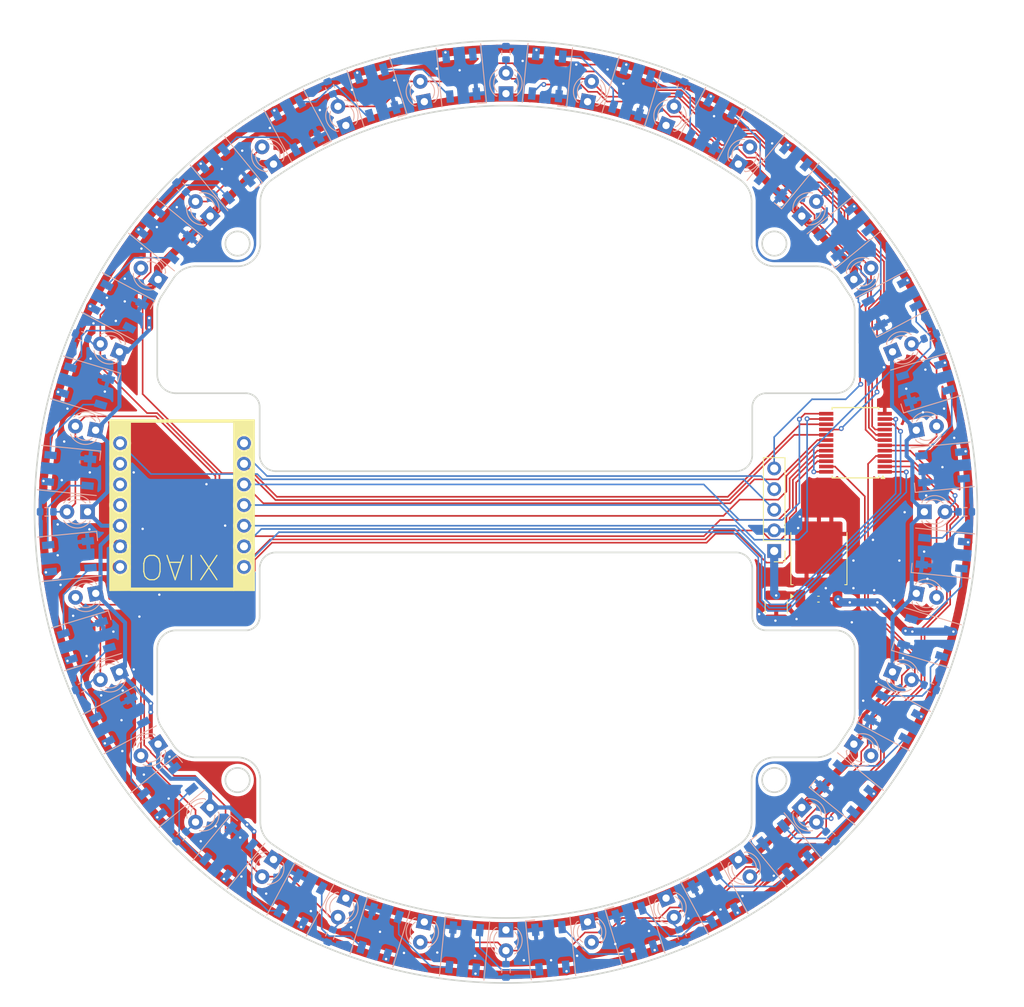
<source format=kicad_pcb>
(kicad_pcb (version 20221018) (generator pcbnew)
  (layers (0 "F.Cu" signal) (31 "B.Cu" signal) (34 "B.Paste" user) (35 "F.Paste" user) (36 "B.SilkS" user "B.Silkscreen") (37 "F.SilkS" user "F.Silkscreen") (38 "B.Mask" user) (39 "F.Mask" user) (44 "Edge.Cuts" user))
  (net 0 "")
  (net 1 "GND")
  (net 2 "+12V")
  (net 3 "+5V")
  (net 4 "Net-(D1-DOUT)")
  (net 5 "/PWM")
  (net 6 "Net-(D2-DOUT)")
  (net 7 "/A")
  (net 8 "Net-(D3-DOUT)")
  (net 9 "/B")
  (net 10 "Net-(D4-DOUT)")
  (net 11 "/C")
  (net 12 "Net-(D5-DOUT)")
  (net 13 "Net-(D10-DIN)")
  (net 14 "Net-(D11-DIN)")
  (net 15 "Net-(D12-DIN)")
  (net 16 "Net-(D13-DIN)")
  (net 17 "Net-(D10-DOUT)")
  (net 18 "Net-(D11-DOUT)")
  (net 19 "Net-(D12-DOUT)")
  (net 20 "Net-(D13-DOUT)")
  (net 21 "Net-(D14-DOUT)")
  (net 22 "Net-(D15-DOUT)")
  (net 23 "Net-(D16-DOUT)")
  (net 24 "Net-(D17-DOUT)")
  (net 25 "Net-(D18-DOUT)")
  (net 26 "Net-(D19-DOUT)")
  (net 27 "Net-(D20-DOUT)")
  (net 28 "Net-(D21-DOUT)")
  (net 29 "Net-(D22-DOUT)")
  (net 30 "Net-(D23-DOUT)")
  (net 31 "Net-(D24-DOUT)")
  (net 32 "Net-(D25-DOUT)")
  (net 33 "Net-(D26-DOUT)")
  (net 34 "Net-(D27-DOUT)")
  (net 35 "Net-(D28-DOUT)")
  (net 37 "/LineRX")
  (net 38 "/LineTX")
  (net 39 "+3.3V")
  (net 40 "/1")
  (net 41 "/2")
  (net 42 "/3")
  (net 43 "/4")
  (net 44 "/5")
  (net 45 "/6")
  (net 46 "/7")
  (net 47 "/8")
  (net 48 "/9")
  (net 49 "/10")
  (net 50 "/11")
  (net 51 "/12")
  (net 52 "/13")
  (net 53 "/14")
  (net 54 "/15")
  (net 55 "/16")
  (net 56 "/COM1")
  (net 57 "/1SO")
  (net 58 "/1S1")
  (net 59 "/1S3")
  (net 60 "/1S2")
  (net 61 "/1E")
  (footprint "Seeeduino_Xiao:seeeduinoXIAO" (layer "F.Cu") (at 60.25 99.5 180)
    (fp_text reference "U2" hide)
    (fp_text value "Seeeduino_Xiao" hide)
  )
  (footprint "Connector_PinHeader_2.54mm:PinHeader_1x05_P2.54mm_Vertical" (layer "F.Cu") (at 133 104.825 180)
    (fp_text reference "J1" hide)
    (fp_text value "Conn_01x05_Socket" hide)
  )
  (footprint "Capacitor_SMD:C_0402_1005Metric" (layer "F.Cu") (at 138.45 110.75)
    (fp_text reference "C2" hide)
    (fp_text value "0.1μ" hide)
  )
  (footprint "Capacitor_SMD:C_1210_3225Metric" (layer "F.Cu") (at 133.25 111.75 90)
    (fp_text reference "C1" hide)
    (fp_text value "0.1μ" hide)
  )
  (footprint "Package_SO:SSOP-24_5.3x8.2mm_P0.65mm" (layer "F.Cu") (at 143 91.5 180)
    (fp_text reference "U1" hide)
    (fp_text value "CD74HC4067SM" hide)
  )
  (footprint "Package_TO_SOT_SMD:TO-252-2" (layer "F.Cu") (at 138.5025 105.66 90)
    (fp_text reference "U3" hide)
    (fp_text value "AZ1084-5.0" hide)
  )
  (footprint "LED_THT:LED_D3.0mm" (layer "B.Cu") (at 142.799898 71.402023 33.75)
    (fp_text reference "Q6" hide)
    (fp_text value "Q_Photo_NPN" hide)
  )
  (footprint "LED_THT:LED_D3.0mm" (layer "B.Cu") (at 119.698629 147.556699 -67.5)
    (fp_text reference "Q15" hide)
    (fp_text value "Q_Photo_NPN" hide)
  )
  (footprint "LED_THT:LED_D3.0mm" (layer "B.Cu") (at 49.514078 89.957726 168.75)
    (fp_text reference "Q26" hide)
    (fp_text value "Q_Photo_NPN" hide)
  )
  (footprint "LED_SMD:LED_WS2812B_PLCC4_5.0x5.0mm_P3.2mm" (layer "B.Cu") (at 58.130558 65.897368 -39.375)
    (fp_text reference "D16" hide)
    (fp_text value "WS2812B" hide)
  )
  (footprint "LED_SMD:LED_WS2812B_PLCC4_5.0x5.0mm_P3.2mm" (layer "B.Cu") (at 115.866762 151.616719 106.875)
    (fp_text reference "D26" hide)
    (fp_text value "WS2812B" hide)
  )
  (footprint "LED_SMD:LED_WS2812B_PLCC4_5.0x5.0mm_P3.2mm" (layer "B.Cu") (at 141.615685 65.58816 -140.625)
    (fp_text reference "D17" hide)
    (fp_text value "WS2812B" hide)
  )
  (footprint "LED_SMD:LED_WS2812B_PLCC4_5.0x5.0mm_P3.2mm" (layer "B.Cu") (at 105.093889 46.240421 -95.625)
    (fp_text reference "D1" hide)
    (fp_text value "WS2812B" hide)
  )
  (footprint "LED_THT:LED_D3.0mm" (layer "B.Cu") (at 147.556699 119.698629 -22.5)
    (fp_text reference "Q11" hide)
    (fp_text value "Q_Photo_NPN" hide)
  )
  (footprint "Resistor_SMD:R_0603_1608Metric" (layer "B.Cu") (at 121.621614 152.199193 -67.5)
    (fp_text reference "R8" hide)
    (fp_text value "R" hide)
  )
  (footprint "Resistor_SMD:R_0603_1608Metric" (layer "B.Cu") (at 152.199193 78.378386 22.5)
    (fp_text reference "R4" hide)
    (fp_text value "R" hide)
  )
  (footprint "LED_THT:LED_D3.0mm" (layer "B.Cu") (at 71.402023 57.200102 123.75)
    (fp_text reference "Q30" hide)
    (fp_text value "Q_Photo_NPN" hide)
  )
  (footprint "LED_THT:LED_D3.0mm" (layer "B.Cu") (at 49.528789 110.039347 -168.75)
    (fp_text reference "Q24" hide)
    (fp_text value "Q_Photo_NPN" hide)
  )
  (footprint "LED_SMD:LED_WS2812B_PLCC4_5.0x5.0mm_P3.2mm" (layer "B.Cu") (at 52.281973 74.720964 -28.125)
    (fp_text reference "D12" hide)
    (fp_text value "WS2812B" hide)
  )
  (footprint "LED_THT:LED_D3.0mm" (layer "B.Cu") (at 110.042274 49.514077 78.75)
    (fp_text reference "Q2" hide)
    (fp_text value "Q_Photo_NPN" hide)
  )
  (footprint "LED_SMD:LED_WS2812B_PLCC4_5.0x5.0mm_P3.2mm" (layer "B.Cu") (at 74.368191 52.470535 -61.875)
    (fp_text reference "D24" hide)
    (fp_text value "WS2812B" hide)
  )
  (footprint "LED_THT:LED_D3.0mm" (layer "B.Cu") (at 128.597977 57.200102 56.25)
    (fp_text reference "Q4" hide)
    (fp_text value "Q_Photo_NPN" hide)
  )
  (footprint "Resistor_SMD:R_0603_1608Metric" (layer "B.Cu") (at 47.800807 121.621614 -157.5)
    (fp_text reference "R12" hide)
    (fp_text value "R" hide)
  )
  (footprint "LED_THT:LED_D3.0mm" (layer "B.Cu") (at 100 151.475 -90)
    (fp_text reference "Q17" hide)
    (fp_text value "Q_Photo_NPN" hide)
  )
  (footprint "LED_SMD:LED_WS2812B_PLCC4_5.0x5.0mm_P3.2mm" (layer "B.Cu") (at 46.240424 94.906115 -5.625)
    (fp_text reference "D4" hide)
    (fp_text value "WS2812B" hide)
  )
  (footprint "LED_THT:LED_D3.0mm" (layer "B.Cu") (at 80.301371 52.443301 112.5)
    (fp_text reference "Q31" hide)
    (fp_text value "Q_Photo_NPN" hide)
  )
  (footprint "LED_SMD:LED_WS2812B_PLCC4_5.0x5.0mm_P3.2mm" (layer "B.Cu") (at 153.759579 105.093891 174.375)
    (fp_text reference "D2" hide)
    (fp_text value "WS2812B" hide)
  )
  (footprint "Resistor_SMD:R_0603_1608Metric" (layer "B.Cu") (at 78.378386 152.199193 -112.5)
    (fp_text reference "R10" hide)
    (fp_text value "R" hide)
  )
  (footprint "LED_THT:LED_D3.0mm" (layer "B.Cu") (at 89.957726 150.485922 -101.25)
    (fp_text reference "Q18" hide)
    (fp_text value "Q_Photo_NPN" hide)
  )
  (footprint "LED_SMD:LED_WS2812B_PLCC4_5.0x5.0mm_P3.2mm" (layer "B.Cu") (at 65.588161 58.384318 -50.625)
    (fp_text reference "D20" hide)
    (fp_text value "WS2812B" hide)
  )
  (footprint "LED_THT:LED_D3.0mm" (layer "B.Cu") (at 150.485922 110.042274 -11.25)
    (fp_text reference "Q10" hide)
    (fp_text value "Q_Photo_NPN" hide)
  )
  (footprint "LED_THT:LED_D3.0mm" (layer "B.Cu") (at 71.402023 142.799898 -123.75)
    (fp_text reference "Q20" hide)
    (fp_text value "Q_Photo_NPN" hide)
  )
  (footprint "LED_THT:LED_D3.0mm" (layer "B.Cu") (at 147.556699 80.301371 22.5)
    (fp_text reference "Q7" hide)
    (fp_text value "Q_Photo_NPN" hide)
  )
  (footprint "Resistor_SMD:R_0603_1608Metric" (layer "B.Cu") (at 139.951533 60.048467 45)
    (fp_text reference "R3" hide)
    (fp_text value "R" hide)
  )
  (footprint "LED_SMD:LED_WS2812B_PLCC4_5.0x5.0mm_P3.2mm" (layer "B.Cu") (at 151.732834 115.483983 163.125)
    (fp_text reference "D6" hide)
    (fp_text value "WS2812B" hide)
  )
  (footprint "Resistor_SMD:R_0603_1608Metric" (layer "B.Cu") (at 100 43.5 90)
    (fp_text reference "R1" hide)
    (fp_text value "R" hide)
  )
  (footprint "LED_SMD:LED_WS2812B_PLCC4_5.0x5.0mm_P3.2mm" (layer "B.Cu") (at 125.631809 147.529467 118.125)
    (fp_text reference "D22" hide)
    (fp_text value "WS2812B" hide)
  )
  (footprint "Resistor_SMD:R_0603_1608Metric" (layer "B.Cu") (at 47.800807 78.378386 157.5)
    (fp_text reference "R14" hide)
    (fp_text value "R" hide)
  )
  (footprint "LED_THT:LED_D3.0mm" (layer "B.Cu") (at 128.597977 142.799898 -56.25)
    (fp_text reference "Q14" hide)
    (fp_text value "Q_Photo_NPN" hide)
  )
  (footprint "LED_SMD:LED_WS2812B_PLCC4_5.0x5.0mm_P3.2mm" (layer "B.Cu") (at 134.41184 141.615684 129.375)
    (fp_text reference "D18" hide)
    (fp_text value "WS2812B" hide)
  )
  (footprint "LED_THT:LED_D3.0mm" (layer "B.Cu") (at 136.398321 63.601679 45)
    (fp_text reference "Q5" hide)
    (fp_text value "Q_Photo_NPN" hide)
  )
  (footprint "LED_SMD:LED_WS2812B_PLCC4_5.0x5.0mm_P3.2mm" (layer "B.Cu") (at 65.897367 141.869443 50.625)
    (fp_text reference "D15" hide)
    (fp_text value "WS2812B" hide)
  )
  (footprint "Resistor_SMD:R_0603_1608Metric" (layer "B.Cu") (at 152.199193 121.621614 -22.5)
    (fp_text reference "R6" hide)
    (fp_text value "R" hide)
  )
  (footprint "Resistor_SMD:R_0603_1608Metric" (layer "B.Cu") (at 60.048467 139.951533 -135)
    (fp_text reference "R11" hide)
    (fp_text value "R" hide)
  )
  (footprint "LED_THT:LED_D3.0mm" (layer "B.Cu") (at 136.398321 136.398321 -45)
    (fp_text reference "Q13" hide)
    (fp_text value "Q_Photo_NPN" hide)
  )
  (footprint "Resistor_SMD:R_0603_1608Metric" (layer "B.Cu") (at 43.5 100 180)
    (fp_text reference "R13" hide)
    (fp_text value "R" hide)
  )
  (footprint "LED_SMD:LED_WS2812B_PLCC4_5.0x5.0mm_P3.2mm" (layer "B.Cu") (at 52.470534 125.63181 28.125)
    (fp_text reference "D23" hide)
    (fp_text value "WS2812B" hide)
  )
  (footprint "Resistor_SMD:R_0603_1608Metric" (layer "B.Cu") (at 60.048467 60.048467 135)
    (fp_text reference "R15" hide)
    (fp_text value "R" hide)
  )
  (footprint "Resistor_SMD:R_0603_1608Metric" (layer "B.Cu") (at 121.621614 47.800807 67.5)
    (fp_text reference "R2" hide)
    (fp_text value "R" hide)
  )
  (footprint "LED_SMD:LED_WS2812B_PLCC4_5.0x5.0mm_P3.2mm" (layer "B.Cu") (at 134.102635 58.130557 -129.375)
    (fp_text reference "D13" hide)
    (fp_text value "WS2812B" hide)
  )
  (footprint "LED_SMD:LED_WS2812B_PLCC4_5.0x5.0mm_P3.2mm" (layer "B.Cu") (at 125.279039 52.281973 -118.125)
    (fp_text reference "D9" hide)
    (fp_text value "WS2812B" hide)
  )
  (footprint "Resistor_SMD:R_0603_1608Metric" (layer "B.Cu") (at 139.951533 139.951533 -45)
    (fp_text reference "R7" hide)
    (fp_text value "R" hide)
  )
  (footprint "LED_THT:LED_D3.0mm" (layer "B.Cu") (at 48.525 100 180)
    (fp_text reference "Q25" hide)
    (fp_text value "Q_Photo_NPN" hide)
  )
  (footprint "LED_SMD:LED_WS2812B_PLCC4_5.0x5.0mm_P3.2mm" (layer "B.Cu") (at 84.133237 48.383283 -73.125)
    (fp_text reference "D28" hide)
    (fp_text value "WS2812B" hide)
  )
  (footprint "LED_SMD:LED_WS2812B_PLCC4_5.0x5.0mm_P3.2mm" (layer "B.Cu") (at 46.279631 105.491965 5.625)
    (fp_text reference "D31" hide)
    (fp_text value "WS2812B" hide)
  )
  (footprint "LED_THT:LED_D3.0mm" (layer "B.Cu") (at 52.443301 80.301371 157.5)
    (fp_text reference "Q27" hide)
    (fp_text value "Q_Photo_NPN" hide)
  )
  (footprint "LED_THT:LED_D3.0mm" (layer "B.Cu") (at 150.485922 89.957726 11.25)
    (fp_text reference "Q8" hide)
    (fp_text value "Q_Photo_NPN" hide)
  )
  (footprint "LED_THT:LED_D3.0mm" (layer "B.Cu") (at 151.475 100)
    (fp_text reference "Q9" hide)
    (fp_text value "Q_Photo_NPN" hide)
  )
  (footprint "LED_THT:LED_D3.0mm" (layer "B.Cu") (at 52.443301 119.698629 -157.5)
    (fp_text reference "Q23" hide)
    (fp_text value "Q_Photo_NPN" hide)
  )
  (footprint "LED_SMD:LED_WS2812B_PLCC4_5.0x5.0mm_P3.2mm" (layer "B.Cu") (at 58.384317 134.41184 39.375)
    (fp_text reference "D19" hide)
    (fp_text value "WS2812B" hide)
  )
  (footprint "LED_THT:LED_D3.0mm" (layer "B.Cu") (at 63.601679 63.601679 135)
    (fp_text reference "Q29" hide)
    (fp_text value "Q_Photo_NPN" hide)
  )
  (footprint "LED_SMD:LED_WS2812B_PLCC4_5.0x5.0mm_P3.2mm" (layer "B.Cu") (at 94.508035 46.279632 -84.375)
    (fp_text reference "D32" hide)
    (fp_text value "WS2812B" hide)
  )
  (footprint "LED_THT:LED_D3.0mm" (layer "B.Cu") (at 57.200102 71.402023 146.25)
    (fp_text reference "Q28" hide)
    (fp_text value "Q_Photo_NPN" hide)
  )
  (footprint "LED_THT:LED_D3.0mm" (layer "B.Cu") (at 142.799898 128.597977 -33.75)
    (fp_text reference "Q12" hide)
    (fp_text value "Q_Photo_NPN" hide)
  )
  (footprint "LED_SMD:LED_WS2812B_PLCC4_5.0x5.0mm_P3.2mm" (layer "B.Cu") (at 141.869443 134.102634 140.625)
    (fp_text reference "D14" hide)
    (fp_text value "WS2812B" hide)
  )
  (footprint "LED_SMD:LED_WS2812B_PLCC4_5.0x5.0mm_P3.2mm" (layer "B.Cu") (at 105.491964 153.72037 95.625)
    (fp_text reference "D30" hide)
    (fp_text value "WS2812B" hide)
  )
  (footprint "LED_THT:LED_D3.0mm" (layer "B.Cu") (at 57.200102 128.597977 -146.25)
    (fp_text reference "Q22" hide)
    (fp_text value "Q_Photo_NPN" hide)
  )
  (footprint "LED_SMD:LED_WS2812B_PLCC4_5.0x5.0mm_P3.2mm" (layer "B.Cu") (at 151.61672 84.133239 -163.125)
    (fp_text reference "D25" hide)
    (fp_text value "WS2812B" hide)
  )
  (footprint "LED_SMD:LED_WS2812B_PLCC4_5.0x5.0mm_P3.2mm" (layer "B.Cu") (at 147.529468 74.368191 -151.875)
    (fp_text reference "D21" hide)
    (fp_text value "WS2812B" hide)
  )
  (footprint "LED_THT:LED_D3.0mm" (layer "B.Cu") (at 119.698629 52.443301 67.5)
    (fp_text reference "Q3" hide)
    (fp_text value "Q_Photo_NPN" hide)
  )
  (footprint "LED_SMD:LED_WS2812B_PLCC4_5.0x5.0mm_P3.2mm" (layer "B.Cu") (at 115.483984 48.267165 -106.875)
    (fp_text reference "D5" hide)
    (fp_text value "WS2812B" hide)
  )
  (footprint "LED_SMD:LED_WS2812B_PLCC4_5.0x5.0mm_P3.2mm" (layer "B.Cu") (at 147.718027 125.279038 151.875)
    (fp_text reference "D10" hide)
    (fp_text value "WS2812B" hide)
  )
  (footprint "LED_THT:LED_D3.0mm" (layer "B.Cu") (at 89.957726 49.514078 101.25)
    (fp_text reference "Q32" hide)
    (fp_text value "Q_Photo_NPN" hide)
  )
  (footprint "Resistor_SMD:R_0603_1608Metric" (layer "B.Cu") (at 100 156.5 -90)
    (fp_text reference "R9" hide)
    (fp_text value "R" hide)
  )
  (footprint "LED_SMD:LED_WS2812B_PLCC4_5.0x5.0mm_P3.2mm" (layer "B.Cu") (at 84.516018 151.732834 73.125)
    (fp_text reference "D7" hide)
    (fp_text value "WS2812B" hide)
  )
  (footprint "LED_THT:LED_D3.0mm" (layer "B.Cu") (at 100 48.525 90)
    (fp_text reference "Q1" hide)
    (fp_text value "Q_Photo_NPN" hide)
  )
  (footprint "LED_THT:LED_D3.0mm" (layer "B.Cu") (at 80.301371 147.556699 -112.5)
    (fp_text reference "Q19" hide)
    (fp_text value "Q_Photo_NPN" hide)
  )
  (footprint "Resistor_SMD:R_0603_1608Metric" (layer "B.Cu") (at 156.5 100)
    (fp_text reference "R5" hide)
    (fp_text value "R" hide)
  )
  (footprint "LED_SMD:LED_WS2812B_PLCC4_5.0x5.0mm_P3.2mm" (layer "B.Cu") (at 153.720371 94.508037 -174.375)
    (fp_text reference "D29" hide)
    (fp_text value "WS2812B" hide)
  )
  (footprint "LED_THT:LED_D3.0mm" (layer "B.Cu") (at 110.042274 150.485922 -78.75)
    (fp_text reference "Q16" hide)
    (fp_text value "Q_Photo_NPN" hide)
  )
  (footprint "LED_THT:LED_D3.0mm" (layer "B.Cu") (at 63.601679 136.398321 -135)
    (fp_text reference "Q21" hide)
    (fp_text value "Q_Photo_NPN" hide)
  )
  (footprint "LED_SMD:LED_WS2812B_PLCC4_5.0x5.0mm_P3.2mm" (layer "B.Cu") (at 74.720963 147.718027 61.875)
    (fp_text reference "D11" hide)
    (fp_text value "WS2812B" hide)
  )
  (footprint "LED_SMD:LED_WS2812B_PLCC4_5.0x5.0mm_P3.2mm" (layer "B.Cu") (at 94.906114 153.759577 84.375)
    (fp_text reference "D3" hide)
    (fp_text value "WS2812B" hide)
  )
  (footprint "LED_SMD:LED_WS2812B_PLCC4_5.0x5.0mm_P3.2mm" (layer "B.Cu") (at 48.383282 115.866763 16.875)
    (fp_text reference "D27" hide)
    (fp_text value "WS2812B" hide)
  )
  (footprint "Resistor_SMD:R_0603_1608Metric" (layer "B.Cu") (at 78.378386 47.800807 112.5)
    (fp_text reference "R16" hide)
    (fp_text value "R" hide)
  )
  (footprint "LED_SMD:LED_WS2812B_PLCC4_5.0x5.0mm_P3.2mm" (layer "B.Cu") (at 48.267167 84.516019 -16.875)
    (fp_text reference "D8" hide)
    (fp_text value "WS2812B" hide)
  )
  (gr_arc (start 66.981066 130.22311) (mid 68.958012 131.041988) (end 69.77689 133.018934) (stroke (width 0.2)) (layer "Edge.Cuts"))
  (gr_line (start 130.22311 133.018934) (end 130.22311 138.155877) (stroke (width 0.2)) (layer "Edge.Cuts"))
  (gr_line (start 130.22311 61.844123) (end 130.22311 66.981066) (stroke (width 0.2)) (layer "Edge.Cuts"))
  (gr_arc (start 69.77689 61.844123) (mid 70.147529 60.323617) (end 71.176294 59.144229) (stroke (width 0.2)) (layer "Edge.Cuts"))
  (gr_arc (start 59.144229 71.176294) (mid 60.323616 70.147529) (end 61.844122 69.77689) (stroke (width 0.2)) (layer "Edge.Cuts"))
  (gr_arc (start 61.844122 130.22311) (mid 60.323616 129.852471) (end 59.144229 128.823706) (stroke (width 0.2)) (layer "Edge.Cuts"))
  (gr_arc (start 130.22311 138.155877) (mid 129.852482 139.676393) (end 128.823706 140.855771) (stroke (width 0.2)) (layer "Edge.Cuts"))
  (gr_circle (center 133.018934 133.018934) (end 134.518934 133.018934) (stroke (width 0.2)) (fill none) (layer "Edge.Cuts"))
  (gr_line (start 130.304176 87.100175) (end 130.304176 93) (stroke (width 0.2)) (layer "Edge.Cuts"))
  (gr_arc (start 71.695824 95) (mid 70.28161 94.414214) (end 69.695824 93) (stroke (width 0.2)) (layer "Edge.Cuts"))
  (gr_arc (start 69.695824 107) (mid 70.28161 105.585786) (end 71.695824 105) (stroke (width 0.2)) (layer "Edge.Cuts"))
  (gr_line (start 57.097844 83.1) (end 57.097844 75.251263) (stroke (width 0.2)) (layer "Edge.Cuts"))
  (gr_arc (start 142.399915 73.500053) (mid 142.774126 74.340358) (end 142.902156 75.251263) (stroke (width 0.2)) (layer "Edge.Cuts"))
  (gr_arc (start 57.600085 126.499947) (mid 57.225885 125.659641) (end 57.097844 124.748737) (stroke (width 0.2)) (layer "Edge.Cuts"))
  (gr_line (start 67.999824 85.404175) (end 59.40202 85.404175) (stroke (width 0.2)) (layer "Edge.Cuts"))
  (gr_line (start 142.399915 126.499947) (end 140.855771 128.823706) (stroke (width 0.2)) (layer "Edge.Cuts"))
  (gr_arc (start 71.176294 140.855771) (mid 70.147529 139.676383) (end 69.77689 138.155877) (stroke (width 0.2)) (layer "Edge.Cuts"))
  (gr_arc (start 132.000176 114.595825) (mid 130.80093 114.099071) (end 130.304176 112.899825) (stroke (width 0.2)) (layer "Edge.Cuts"))
  (gr_line (start 57.097844 124.748737) (end 57.097844 116.9) (stroke (width 0.2)) (layer "Edge.Cuts"))
  (gr_line (start 142.902156 75.251263) (end 142.902156 83.1) (stroke (width 0.2)) (layer "Edge.Cuts"))
  (gr_line (start 59.144229 128.823706) (end 57.600085 126.499947) (stroke (width 0.2)) (layer "Edge.Cuts"))
  (gr_arc (start 140.855771 128.823706) (mid 139.676379 129.852453) (end 138.155878 130.22311) (stroke (width 0.2)) (layer "Edge.Cuts"))
  (gr_arc (start 59.40202 85.404175) (mid 57.772722 84.729298) (end 57.097844 83.1) (stroke (width 0.2)) (layer "Edge.Cuts"))
  (gr_line (start 69.77689 138.155877) (end 69.77689 133.018934) (stroke (width 0.2)) (layer "Edge.Cuts"))
  (gr_line (start 69.695824 93) (end 69.695824 87.100175) (stroke (width 0.2)) (layer "Edge.Cuts"))
  (gr_arc (start 69.77689 66.981066) (mid 68.958012 68.958012) (end 66.981066 69.77689) (stroke (width 0.2)) (layer "Edge.Cuts"))
  (gr_arc (start 140.59798 114.595825) (mid 142.227291 115.270695) (end 142.902156 116.9) (stroke (width 0.2)) (layer "Edge.Cuts"))
  (gr_circle (center 133.018934 66.981066) (end 134.518934 66.981066) (stroke (width 0.2)) (fill none) (layer "Edge.Cuts"))
  (gr_line (start 133.018934 69.77689) (end 138.155878 69.77689) (stroke (width 0.2)) (layer "Edge.Cuts"))
  (gr_line (start 71.695824 105) (end 128.304176 105) (stroke (width 0.2)) (layer "Edge.Cuts"))
  (gr_line (start 140.59798 85.404175) (end 132.000176 85.404175) (stroke (width 0.2)) (layer "Edge.Cuts"))
  (gr_arc (start 69.695824 112.899825) (mid 69.199077 114.099078) (end 67.999824 114.595825) (stroke (width 0.2)) (layer "Edge.Cuts"))
  (gr_arc (start 67.999824 85.404175) (mid 69.199077 85.900922) (end 69.695824 87.100175) (stroke (width 0.2)) (layer "Edge.Cuts"))
  (gr_line (start 66.981066 130.22311) (end 61.844122 130.22311) (stroke (width 0.2)) (layer "Edge.Cuts"))
  (gr_arc (start 128.823706 140.855771) (mid 100 150) (end 71.176294 140.855771) (stroke (width 0.2)) (layer "Edge.Cuts"))
  (gr_arc (start 128.304176 105) (mid 129.718405 105.585778) (end 130.304176 107) (stroke (width 0.2)) (layer "Edge.Cuts"))
  (gr_arc (start 130.304176 87.100175) (mid 130.80093 85.90093) (end 132.000176 85.404175) (stroke (width 0.2)) (layer "Edge.Cuts"))
  (gr_arc (start 142.902156 124.748737) (mid 142.774105 125.659636) (end 142.399915 126.499947) (stroke (width 0.2)) (layer "Edge.Cuts"))
  (gr_line (start 130.304176 107) (end 130.304176 112.899825) (stroke (width 0.2)) (layer "Edge.Cuts"))
  (gr_arc (start 57.097844 116.9) (mid 57.772722 115.270702) (end 59.40202 114.595825) (stroke (width 0.2)) (layer "Edge.Cuts"))
  (gr_line (start 138.155878 130.22311) (end 133.018934 130.22311) (stroke (width 0.2)) (layer "Edge.Cuts"))
  (gr_line (start 140.855771 71.176294) (end 142.399915 73.500053) (stroke (width 0.2)) (layer "Edge.Cuts"))
  (gr_circle (center 100 100) (end 158 100) (stroke (width 0.2)) (fill none) (layer "Edge.Cuts"))
  (gr_arc (start 57.097844 75.251263) (mid 57.225885 74.340359) (end 57.600085 73.500053) (stroke (width 0.2)) (layer "Edge.Cuts"))
  (gr_line (start 132.000176 114.595825) (end 140.59798 114.595825) (stroke (width 0.2)) (layer "Edge.Cuts"))
  (gr_arc (start 142.902156 83.1) (mid 142.227277 84.729291) (end 140.59798 85.404175) (stroke (width 0.2)) (layer "Edge.Cuts"))
  (gr_line (start 69.695824 112.899825) (end 69.695824 107) (stroke (width 0.2)) (layer "Edge.Cuts"))
  (gr_arc (start 130.22311 133.018934) (mid 131.041978 131.041978) (end 133.018934 130.22311) (stroke (width 0.2)) (layer "Edge.Cuts"))
  (gr_arc (start 130.304176 93) (mid 129.718388 94.414205) (end 128.304176 95) (stroke (width 0.2)) (layer "Edge.Cuts"))
  (gr_line (start 69.77689 66.981066) (end 69.77689 61.844123) (stroke (width 0.2)) (layer "Edge.Cuts"))
  (gr_line (start 57.600085 73.500053) (end 59.144229 71.176294) (stroke (width 0.2)) (layer "Edge.Cuts"))
  (gr_line (start 59.40202 114.595825) (end 67.999824 114.595825) (stroke (width 0.2)) (layer "Edge.Cuts"))
  (gr_arc (start 133.018934 69.77689) (mid 131.041987 68.958013) (end 130.22311 66.981066) (stroke (width 0.2)) (layer "Edge.Cuts"))
  (gr_circle (center 66.981066 133.018934) (end 68.481066 133.018934) (stroke (width 0.2)) (fill none) (layer "Edge.Cuts"))
  (gr_line (start 128.304176 95) (end 71.695824 95) (stroke (width 0.2)) (layer "Edge.Cuts"))
  (gr_arc (start 138.155878 69.77689) (mid 139.676394 70.147518) (end 140.855771 71.176294) (stroke (width 0.2)) (layer "Edge.Cuts"))
  (gr_line (start 142.902156 116.9) (end 142.902156 124.748737) (stroke (width 0.2)) (layer "Edge.Cuts"))
  (gr_line (start 61.844122 69.77689) (end 66.981066 69.77689) (stroke (width 0.2)) (layer "Edge.Cuts"))
  (gr_circle (center 66.981066 66.981066) (end 68.481066 66.981066) (stroke (width 0.2)) (fill none) (layer "Edge.Cuts"))
  (gr_arc (start 128.823706 59.144229) (mid 129.852469 60.323617) (end 130.22311 61.844123) (stroke (width 0.2)) (layer "Edge.Cuts"))
  (gr_arc (start 71.176294 59.144229) (mid 100 50) (end 128.823706 59.144229) (stroke (width 0.2)) (layer "Edge.Cuts"))
  (segment (start 121.55504 48.10504) (end 121.534492 48.096647) (width 0.2) (layer "F.Cu") (net 1))
  (segment (start 125.6 51.3) (end 124.75 51.3) (width 0.2) (layer "F.Cu") (net 1))
  (segment (start 124.75 51.3) (end 121.55504 48.10504) (width 0.2) (layer "F.Cu") (net 1))
  (segment (start 129.1 147.3) (end 129.915686 147.3) (width 0.2) (layer "F.Cu") (net 1))
  (segment (start 111.874018 45.55) (end 112.5 45.55) (width 0.2) (layer "F.Cu") (net 1))
  (segment (start 130.799384 53.05) (end 131.033698 53.284315) (width 0.2) (layer "F.Cu") (net 1))
  (segment (start 128.25 52.5) (end 128.8 53.05) (width 0.2) (layer "F.Cu") (net 1))
  (segment (start 121.534492 48.096647) (end 115.246647 48.096647) (width 0.2) (layer "F.Cu") (net 1))
  (segment (start 132.399383 54.65) (end 132.75 54.65) (width 0.2) (layer "F.Cu") (net 1))
  (segment (start 115.246647 48.096647) (end 114.45 47.3) (width 0.2) (layer "F.Cu") (net 1))
  (segment (start 108.65 44.95) (end 111.274018 44.95) (width 0.2) (layer "F.Cu") (net 1))
  (segment (start 131.033698 53.284315) (end 132.399383 54.65) (width 0.2) (layer "F.Cu") (net 1))
  (segment (start 129.915686 147.3) (end 132.415686 144.8) (width 0.2) (layer "F.Cu") (net 1))
  (segment (start 132.415686 144.8) (end 132.95 144.8) (width 0.2) (layer "F.Cu") (net 1))
  (segment (start 128.8 53.05) (end 130.799384 53.05) (width 0.2) (layer "F.Cu") (net 1))
  (segment (start 111.274018 44.95) (end 111.874018 45.55) (width 0.2) (layer "F.Cu") (net 1))
  (via (at 142.75 109.4) (size 0.6) (drill 0.3) (layers "F.Cu" "B.Cu") (net 1))
  (via (at 52.7 125.65) (size 0.6) (drill 0.3) (layers "F.Cu" "B.Cu") (net 1))
  (via (at 67.55 55.55) (size 0.6) (drill 0.3) (layers "F.Cu" "B.Cu") (net 1))
  (via (at 105.55 155.2) (size 0.6) (drill 0.3) (layers "F.Cu" "B.Cu") (net 1))
  (via (at 135.75 113.2) (size 0.6) (drill 0.3) (layers "F.Cu" "B.Cu") (net 1))
  (via (at 126.4 148.95) (size 0.6) (drill 0.3) (layers "F.Cu" "B.Cu") (net 1))
  (via (at 65.45 101.7) (size 0.6) (drill 0.3) (layers "F.Cu" "B.Cu") (net 1))
  (via (at 136.15 100.6) (size 0.6) (drill 0.3) (layers "F.Cu" "B.Cu") (net 1))
  (via (at 129.1 147.3) (size 0.6) (drill 0.3) (layers "F.Cu" "B.Cu") (net 1))
  (via (at 57.05 64.95) (size 0.6) (drill 0.3) (layers "F.Cu" "B.Cu") (net 1))
  (via (at 142.55 113.6) (size 0.6) (drill 0.3) (layers "F.Cu" "B.Cu") (net 1))
  (via (at 58.6 130.15) (size 0.6) (drill 0.3) (layers "F.Cu" "B.Cu") (net 1))
  (via (at 143.95 123.25) (size 0.6) (drill 0.3) (layers "F.Cu" "B.Cu") (net 1))
  (via (at 135.95 102) (size 0.6) (drill 0.3) (layers "F.Cu" "B.Cu") (net 1))
  (via (at 153.9 87.3) (size 0.6) (drill 0.3) (layers "F.Cu" "B.Cu") (net 1))
  (via (at 94.3 45.65) (size 0.6) (drill 0.3) (layers "F.Cu" "B.Cu") (net 1))
  (via (at 133.15 113.4) (size 0.6) (drill 0.3) (layers "F.Cu" "B.Cu") (net 1))
  (via (at 48.8 95.15) (size 0.6) (drill 0.3) (layers "F.Cu" "B.Cu") (net 1))
  (via (at 151.45 104.9) (size 0.6) (drill 0.3) (layers "F.Cu" "B.Cu") (net 1))
  (via (at 63.15 96.6) (size 0.6) (drill 0.3) (layers "F.Cu" "B.Cu") (net 1))
  (via (at 52.8 129.45) (size 0.6) (drill 0.3) (layers "F.Cu" "B.Cu") (net 1))
  (via (at 114.45 47.3) (size 0.6) (drill 0.3) (layers "F.Cu" "B.Cu") (net 1))
  (via (at 46.75 112.8) (size 0.6) (drill 0.3) (layers "F.Cu" "B.Cu") (net 1))
  (via (at 81.05 48.05) (size 0.6) (drill 0.3) (layers "F.Cu" "B.Cu") (net 1))
  (via (at 96.2 154.65) (size 0.6) (drill 0.3) (layers "F.Cu" "B.Cu") (net 1))
  (via (at 112.5 45.55) (size 0.6) (drill 0.3) (layers "F.Cu" "B.Cu") (net 1))
  (via (at 80.95 151.15) (size 0.6) (drill 0.3) (layers "F.Cu" "B.Cu") (net 1))
  (via (at 52 76.5) (size 0.6) (drill 0.3) (layers "F.Cu" "B.Cu") (net 1))
  (via (at 142.75 106) (size 0.6) (drill 0.3) (layers "F.Cu" "B.Cu") (net 1))
  (via (at 54.2 119.4) (size 0.6) (drill 0.3) (layers "F.Cu" "B.Cu") (net 1))
  (via (at 132.75 54.65) (size 0.6) (drill 0.3) (layers "F.Cu" "B.Cu") (net 1))
  (via (at 148.85 118) (size 0.6) (drill 0.3) (layers "F.Cu" "B.Cu") (net 1))
  (via (at 108.75 154.65) (size 0.6) (drill 0.3) (layers "F.Cu" "B.Cu") (net 1))
  (via (at 67.3 140.1) (size 0.6) (drill 0.3) (layers "F.Cu" "B.Cu") (net 1))
  (via (at 87.45 154.3) (size 0.6) (drill 0.3) (layers "F.Cu" "B.Cu") (net 1))
  (via (at 102.2 155.2) (size 0.6) (drill 0.3) (layers "F.Cu" "B.Cu") (net 1))
  (via (at 145.3 109.65) (size 0.6) (drill 0.3) (layers "F.Cu" "B.Cu") (net 1))
  (via (at 54.9 112.9) (size 0.6) (drill 0.3) (layers "F.Cu" "B.Cu") (net 1))
  (via (at 148.4 106) (size 0.6) (drill 0.3) (layers "F.Cu" "B.Cu") (net 1))
  (via (at 62.45 140.55) (size 0.6) (drill 0.3) (layers "F.Cu" "B.Cu") (net 1))
  (via (at 58.5 135.3) (size 0.6) (drill 0.3) (layers "F.Cu" "B.Cu") (net 1))
  (via (at 52.85 122) (size 0.6) (drill 0.3) (layers "F.Cu" "B.Cu") (net 1))
  (via (at 59.5 62.5) (size 0.6) (drill 0.3) (layers "F.Cu" "B.Cu") (net 1))
  (via (at 76 149.15) (size 0.6) (drill 0.3) (layers "F.Cu" "B.Cu") (net 1))
  (via (at 51.7 114.75) (size 0.6) (drill 0.3) (layers "F.Cu" "B.Cu") (net 1))
  (via (at 53.1 74.1) (size 0.6) (drill 0.3) (layers "F.Cu" "B.Cu") (net 1))
  (via (at 45.2 109) (size 0.6) (drill 0.3) (layers "F.Cu" "B.Cu") (net 1))
  (via (at 155.15 90.9) (size 0.6) (drill 0.3) (layers "F.Cu" "B.Cu") (net 1))
  (via (at 49.25 76.8) (size 0.6) (drill 0.3) (layers "F.Cu" "B.Cu") (net 1))
  (via (at 113.45 153.2) (size 0.6) (drill 0.3) (layers "F.Cu" "B.Cu") (net 1))
  (via (at 44.85 105.35) (size 0.6) (drill 0.3) (layers "F.Cu" "B.Cu") (net 1))
  (via (at 151.7 98) (size 0.6) (drill 0.3) (layers "F.Cu" "B.Cu") (net 1))
  (via (at 139.35 109.4) (size 0.6) (drill 0.3) (layers "F.Cu" "B.Cu") (net 1))
  (via (at 50.9 73.65) (size 0.6) (drill 0.3) (layers "F.Cu" "B.Cu") (net 1))
  (via (at 149.25 84.85) (size 0.6) (drill 0.3) (layers "F.Cu" "B.Cu") (net 1))
  (via (at 151.6 82.5) (size 0.6) (drill 0.3) (layers "F.Cu" "B.Cu") (net 1))
  (via (at 53.1 71.3) (size 0.6) (drill 0.3) (layers "F.Cu" "B.Cu") (net 1))
  (via (at 50.2 122.6) (size 0.6) (drill 0.3) (layers "F.Cu" "B.Cu") (net 1))
  (via (at 48.75 102.15) (size 0.6) (drill 0.3) (layers "F.Cu" "B.Cu") (net 1))
  (via (at 55.45 132.35) (size 0.6) (drill 0.3) (layers "F.Cu" "B.Cu") (net 1))
  (via (at 67.45 144.9) (size 0.6) (drill 0.3) (layers "F.Cu" "B.Cu") (net 1))
  (via (at 147.75 110.9) (size 0.6) (drill 0.3) (layers "F.Cu" "B.Cu") (net 1))
  (via (at 45.35 96.1) (size 0.6) (drill 0.3) (layers "F.Cu" "B.Cu") (net 1))
  (via (at 46.05 87.3) (size 0.6) (drill 0.3) (layers "F.Cu" "B.Cu") (net 1))
  (via (at 145.55 120.9) (size 0.6) (drill 0.3) (layers "F.Cu" "B.Cu") (net 1))
  (via (at 122.45 150.05) (size 0.6) (drill 0.3) (layers "F.Cu" "B.Cu") (net 1))
  (via (at 48.4 117.75) (size 0.6) (drill 0.3) (layers "F.Cu" "B.Cu") (net 1))
  (via (at 146.5 82.2) (size 0.6) (drill 0.3) (layers "F.Cu" "B.Cu") (net 1))
  (via (at 149.05 100.05) (size 0.6) (drill 0.3) (layers "F.Cu" "B.Cu") (net 1))
  (via (at 91.5 45.45) (size 0.6) (drill 0.3) (layers "F.Cu" "B.Cu") (net 1))
  (via (at 64.3 138.7) (size 0.6) (drill 0.3) (layers "F.Cu" "B.Cu") (net 1))
  (via (at 54.2 95.15) (size 0.6) (drill 0.3) (layers "F.Cu" "B.Cu") (net 1))
  (via (at 70.95 52.75) (size 0.6) (drill 0.3) (layers "F.Cu" "B.Cu") (net 1))
  (via (at 117.6 151.6) (size 0.6) (drill 0.3) (layers "F.Cu" "B.Cu") (net 1))
  (via (at 65.05 57.8) (size 0.6) (drill 0.3) (layers "F.Cu" "B.Cu") (net 1))
  (via (at 84.5 151.7) (size 0.6) (drill 0.3) (layers "F.Cu" "B.Cu") (net 1))
  (via (at 55.15 67.6) (size 0.6) (drill 0.3) (layers "F.Cu" "B.Cu") (net 1))
  (via (at 108.65 44.95) (size 0.6) (drill 0.3) (layers "F.Cu" "B.Cu") (net 1))
  (via (at 151.3 87.75) (size 0.6) (drill 0.3) (layers "F.Cu" "B.Cu") (net 1))
  (via (at 128.25 52.5) (size 0.6) (drill 0.3) (layers "F.Cu" "B.Cu") (net 1))
  (via (at 45.65 91.35) (size 0.6) (drill 0.3) (layers "F.Cu" "B.Cu") (net 1))
  (via (at 48.9 81.15) (size 0.6) (drill 0.3) (layers "F.Cu" "B.Cu") (net 1))
  (via (at 55.3 102.1) (size 0.6) (drill 0.3) (layers "F.Cu" "B.Cu") (net 1))
  (via (at 86.25 46.9) (size 0.6) (drill 0.3) (layers "F.Cu" "B.Cu") (net 1))
  (via (at 77.1 50.55) (size 0.6) (drill 0.3) (layers "F.Cu" "B.Cu") (net 1))
  (via (at 91.55 154.25) (size 0.6) (drill 0.3) (layers "F.Cu" "B.Cu") (net 1))
  (via (at 153.7 94.5) (size 0.6) (drill 0.3) (layers "F.Cu" "B.Cu") (net 1))
  (via (at 57.35 110.2) (size 0.6) (drill 0.3) (layers "F.Cu" "B.Cu") (net 1))
  (via (at 70.5 147) (size 0.6) (drill 0.3) (layers "F.Cu" "B.Cu") (net 1))
  (via (at 102.05 44.5) (size 0.6) (drill 0.3) (layers "F.Cu" "B.Cu") (net 1))
  (via (at 125.6 51.3) (size 0.6) (drill 0.3) (layers "F.Cu" "B.Cu") (net 1))
  (via (at 132.95 144.8) (size 0.6) (drill 0.3) (layers "F.Cu" "B.Cu") (net 1))
  (via (at 50.65 85.2) (size 0.6) (drill 0.3) (layers "F.Cu" "B.Cu") (net 1))
  (via (at 145.15 103.45) (size 0.6) (drill 0.3) (layers "F.Cu" "B.Cu") (net 1))
  (via (at 44.85 101.55) (size 0.6) (drill 0.3) (layers "F.Cu" "B.Cu") (net 1))
  (via (at 131.15 112.6) (size 0.6) (drill 0.3) (layers "F.Cu" "B.Cu") (net 1))
  (via (at 151.85 108.25) (size 0.6) (drill 0.3) (layers "F.Cu" "B.Cu") (net 1))
  (segment (start 143.510578 79.210578) (end 143.510578 74.324059) (width 0.2) (layer "B.Cu") (net 1))
  (segment (start 144.348234 71.124335) (end 143.7 70.476101) (width 0.2) (layer "B.Cu") (net 1))
  (segment (start 143.7 70.35) (end 141.767891 68.417891) (width 0.2) (layer "B.Cu") (net 1))
  (segment (start 143.7 70.476101) (end 143.7 70.35) (width 0.2) (layer "B.Cu") (net 1))
  (segment (start 143.510578 74.324059) (end 143.359097 74.172578) (width 0.2) (layer "B.Cu") (net 1))
  (segment (start 144.348234 71.774597) (end 144.348234 71.124335) (width 0.2) (layer "B.Cu") (net 1))
  (segment (start 141.767891 68.417891) (end 140.768558 68.417891) (width 0.2) (layer "B.Cu") (net 1))
  (segment (start 143.359097 74.172578) (end 143.359097 72.763734) (width 0.2) (layer "B.Cu") (net 1))
  (segment (start 146.5 82.2) (end 143.510578 79.210578) (width 0.2) (layer "B.Cu") (net 1))
  (segment (start 143.359097 72.763734) (end 144.348234 71.774597) (width 0.2) (layer "B.Cu") (net 1))
  (segment (start 133.25 110.3) (end 135.8225 110.3) (width 1) (layer "F.Cu") (net 2))
  (segment (start 135.8225 110.3) (end 136.2225 110.7) (width 1) (layer "F.Cu") (net 2))
  (via (at 133.25 110.3) (size 0.6) (drill 0.3) (layers "F.Cu" "B.Cu") (net 2))
  (segment (start 133 104.825) (end 133 110.05) (width 1) (layer "B.Cu") (net 2))
  (segment (start 133 110.05) (end 133.25 110.3) (width 1) (layer "B.Cu") (net 2))
  (segment (start 51.470359 129.892804) (end 52.272895 131.158132) (width 1) (layer "F.Cu") (net 3))
  (segment (start 78.447874 152.765629) (end 79.842316 153.313915) (width 1) (layer "F.Cu") (net 3))
  (segment (start 65.475797 54.648207) (end 64.295578 55.571405) (width 1) (layer "F.Cu") (net 3))
  (segment (start 118.3 153.95) (end 119.455136 153.57428) (width 1) (layer "F.Cu") (net 3))
  (segment (start 81.7 45.95) (end 81.250743 46.174624) (width 1) (layer "F.Cu") (net 3))
  (segment (start 59.829424 140.435511) (end 60.906168 141.477441) (width 1) (layer "F.Cu") (net 3))
  (segment (start 118.040173 45.932839) (end 116.612672 45.4773) (width 1) (layer "F.Cu") (net 3))
  (segment (start 144.662297 64.588349) (end 143.716022 63.426579) (width 1) (layer "F.Cu") (net 3))
  (segment (start 92.90092 43.446408) (end 92.55 43.45) (width 1) (layer "F.Cu") (net 3))
  (segment (start 45.369293 116.253973) (end 45.81543 117.684404) (width 1) (layer "F.Cu") (net 3))
  (segment (start 113.724279 155.320429) (end 115.173735 154.940545) (width 1) (layer "F.Cu") (net 3))
  (segment (start 141.733492 138.820373) (end 142.739539 137.709912) (width 1) (layer "F.Cu") (net 3))
  (segment (start 146.46163 133.015493) (end 147.313435 131.782772) (width 1) (layer "F.Cu") (net 3))
  (segment (start 64.295578 55.571405) (end 63.140046 56.5253) (width 1) (layer "F.Cu") (net 3))
  (segment (start 89.938578 156.10235) (end 91.416769 156.347439) (width 1) (layer "F.Cu") (net 3))
  (segment (start 149.670431 72.043712) (end 150.38813 73.359015) (width 1) (layer "F.Cu") (net 3))
  (segment (start 145.577713 65.774602) (end 144.662297 64.588349) (width 1) (layer "F.Cu") (net 3))
  (segment (start 130.211087 148.332143) (end 131.471127 147.521299) (width 1) (layer "F.Cu") (net 3))
  (segment (start 133.925091 54.198319) (end 132.709436 53.322398) (width 1) (layer "F.Cu") (net 3))
  (segment (start 43.022276 98.501758) (end 43.002582 100) (width 1) (layer "F.Cu") (net 3))
  (segment (start 103.75 43.15) (end 103.369514 43.102267) (width 1) (layer "F.Cu") (net 3))
  (segment (start 43.710191 108.95339) (end 43.964983 110.429895) (width 1) (layer "F.Cu") (net 3))
  (segment (start 69.156209 52.06915) (end 67.906956 52.896473) (width 1) (layer "F.Cu") (net 3))
  (segment (start 150.38813 73.359015) (end 151.071008 74.692731) (width 1) (layer "F.Cu") (net 3))
  (segment (start 63.140046 56.5253) (end 62.45 57.15) (width 1) (layer "F.Cu") (net 3))
  (segment (start 104.863996 43.210501) (end 103.75 43.15) (width 1) (layer "F.Cu") (net 3))
  (segment (start 45.369293 83.746027) (end 44.960915 85.18768) (width 1) (layer "F.Cu") (net 3))
  (segment (start 46.819717 79.492362) (end 46.299016 80.89738) (width 1) (layer "F.Cu") (net 3))
  (segment (start 156.167268 90.307547) (end 156.402636 91.787301) (width 1) (layer "F.Cu") (net 3))
  (segment (start 94.389989 156.720661) (end 95.882918 156.84853) (width 1) (layer "F.Cu") (net 3))
  (segment (start 107.841814 156.455396) (end 109.3231 156.229756) (width 1) (layer "F.Cu") (net 3))
  (segment (start 155.893073 111.165577) (end 156.167268 109.692453) (width 1) (layer "F.Cu") (net 3))
  (segment (start 78.447874 47.234371) (end 77.068272 47.819145) (width 1) (layer "F.Cu") (net 3))
  (segment (start 149.15 114.65) (end 149.15 114.6) (width 1) (layer "F.Cu") (net 3))
  (segment (start 95.882918 43.15147) (end 94.389989 43.279339) (width 1) (layer "F.Cu") (net 3))
  (segment (start 85.549719 155.135244) (end 87.004041 155.496043) (width 1) (layer "F.Cu") (net 3))
  (segment (start 127.629247 50.146911) (end 126.309261 49.437875) (width 1) (layer "F.Cu") (net 3))
  (segment (start 62.45 57.15) (end 62.009987 57.509241) (width 1) (layer "F.Cu") (net 3))
  (segment (start 43.002582 100) (end 43.022276 101.498242) (width 1) (layer "F.Cu") (net 3))
  (segment (start 148.91837 70.74767) (end 149.670431 72.043712) (width 1) (layer "F.Cu") (net 3))
  (segment (start 96.25 156.85) (end 97.37867 156.937109) (width 1) (layer "F.Cu") (net 3))
  (segment (start 154 81.65) (end 154.412342 83.029356) (width 1) (layer "F.Cu") (net 3))
  (segment (start 114.8 44.95) (end 113.724279 44.679571) (width 1) (layer "F.Cu") (net 3))
  (segment (start 85.25 155.05) (end 85.549719 155.135244) (width 1) (layer "F.Cu") (net 3))
  (segment (start 124.971041 151.236246) (end 126.309261 150.562125) (width 1) (layer "F.Cu") (net 3))
  (segment (start 130.211087 51.667857) (end 128.930182 50.890426) (width 1) (layer "F.Cu") (net 3))
  (segment (start 57.759837 138.268451) (end 58.780365 139.365561) (width 1) (layer "F.Cu") (net 3))
  (segment (start 43.179756 95.509383) (end 43.1 96.2) (width 1) (layer "F.Cu") (net 3))
  (segment (start 43.022276 101.498242) (end 43.08135 102.995502) (width 1) (layer "F.Cu") (net 3))
  (segment (start 116.612672 154.5227) (end 118.040173 154.067161) (width 1) (layer "F.Cu") (net 3))
  (segment (start 98.876244 43.01366) (end 97.37867 43.062891) (width 1) (layer "F.Cu") (net 3))
  (segment (start 52.272895 131.158132) (end 53.10841 132.401922) (width 1) (layer "F.Cu") (net 3))
  (segment (start 50.65 128.5) (end 50.701317 128.60674) (width 1) (layer "F.Cu") (net 3))
  (segment (start 43.317438 94.017279) (end 43.179756 95.509383) (width 1) (layer "F.Cu") (net 3))
  (segment (start 53.10841 67.598078) (end 52.272895 68.841868) (width 1) (layer "F.Cu") (net 3))
  (segment (start 140.698622 60.096016) (end 139.635629 59.039987) (width 1) (layer "F.Cu") (net 3))
  (segment (start 142.739539 137.709912) (end 143.716022 136.573421) (width 1) (layer "F.Cu") (net 3))
  (segment (start 79.842316 46.686085) (end 78.447874 47.234371) (width 1) (layer "F.Cu") (net 3))
  (segment (start 70.426824 51.274924) (end 69.156209 52.06915) (width 1) (layer "F.Cu") (net 3))
  (segment (start 107.841814 43.544604) (end 106.355106 43.357981) (width 1) (layer "F.Cu") (net 3))
  (segment (start 119.455136 46.42572) (end 118.040173 45.932839) (width 1) (layer "F.Cu") (net 3))
  (segment (start 60.906168 141.477441) (end 62.009987 142.490759) (width 1) (layer "F.Cu") (net 3))
  (segment (start 55.807034 135.995659) (end 56.768482 137.144873) (width 1) (layer "F.Cu") (net 3))
  (segment (start 156.599031 106.727215) (end 156.756305 105.237133) (width 1) (layer "F.Cu") (net 3))
  (segment (start 46.299016 80.89738) (end 45.81543 82.315596) (width 1) (layer "F.Cu") (net 3))
  (segment (start 146.46163 66.984507) (end 145.577713 65.774602) (width 1) (layer "F.Cu") (net 3))
  (segment (start 43.593211 108.15) (end 43.710191 108.95339) (width 1) (layer "F.Cu") (net 3))
  (segment (start 137.428203 57.013544) (end 136.285347 56.044576) (width 1) (layer "F.Cu") (net 3))
  (segment (start 128.930182 50.890426) (end 127.629247 50.146911) (width 1) (layer "F.Cu") (net 3))
  (segment (start 82.672084 154.299623) (end 84.105435 154.736354) (width 1) (layer "F.Cu") (net 3))
  (segment (start 151.071008 125.307269) (end 151.1 125.2) (width 1) (layer "F.Cu") (net 3))
  (segment (start 43.964983 89.570105) (end 43.710191 91.04661) (width 1) (layer "F.Cu") (net 3))
  (segment (start 109.3231 43.770244) (end 107.841814 43.544604) (width 1) (layer "F.Cu") (net 3))
  (segment (start 47.970975 123.274153) (end 48.60076 124.633796) (width 1) (layer "F.Cu") (net 3))
  (segment (start 45.81543 82.315596) (end 45.369293 83.746027) (width 1) (layer "F.Cu") (net 3))
  (segment (start 48.85 74.7) (end 48.60076 75.366204) (width 1) (layer "F.Cu") (net 3))
  (segment (start 113.724279 44.679571) (end 112.265391 44.337931) (width 1) (layer "F.Cu") (net 3))
  (segment (start 75.704592 48.439948) (end 74.357641 49.096413) (width 1) (layer "F.Cu") (net 3))
  (segment (start 125.2 48.85) (end 124.971041 48.763754) (width 1) (layer "F.Cu") (net 3))
  (segment (start 82.672084 45.700377) (end 81.7 45.95) (width 1) (layer "F.Cu") (net 3))
  (segment (start 128.5 149.35) (end 128.930182 149.109574) (width 1) (layer "F.Cu") (net 3))
  (segment (start 131.471127 52.478701) (end 130.211087 51.667857) (width 1) (layer "F.Cu") (net 3))
  (segment (start 44.59057 86.639584) (end 44.25852 88.100709) (width 1) (layer "F.Cu") (net 3))
  (segment (start 77.068272 152.180855) (end 78.447874 152.765629) (width 1) (layer "F.Cu") (net 3))
  (segment (start 58.780365 60.634439) (end 57.759837 61.731549) (width 1) (layer "F.Cu") (net 3))
  (segment (start 156.402636 91.787301) (end 156.55 92.55) (width 1) (layer "F.Cu") (net 3))
  (segment (start 97.37867 156.937109) (end 98.876244 156.98634) (width 1) (layer "F.Cu") (net 3))
  (segment (start 54.876089 134.821522) (end 55.807034 135.995659) (width 1) (layer "F.Cu") (net 3))
  (segment (start 45.81543 117.684404) (end 46.05 118.35) (width 1) (layer "F.Cu") (net 3))
  (segment (start 106.355106 43.357981) (end 104.863996 43.210501) (width 1) (layer "F.Cu") (net 3))
  (segment (start 156.85 103.75) (end 156.874361 103.743376) (width 1) (layer "F.Cu") (net 3))
  (segment (start 156.756305 105.237133) (end 156.85 103.75) (width 1) (layer "F.Cu") (net 3))
  (segment (start 126.309261 150.562125) (end 127.629247 149.853089) (width 1) (layer "F.Cu") (net 3))
  (segment (start 97.37867 43.062891) (end 95.882918 43.15147) (width 1) (layer "F.Cu") (net 3))
  (segment (start 49.966424 72.698956) (end 49.266033 74.02366) (width 1) (layer "F.Cu") (net 3))
  (segment (start 56.768482 137.144873) (end 57.1 137.6) (width 1) (layer "F.Cu") (net 3))
  (segment (start 150.38813 126.640985) (end 151.071008 125.307269) (width 1) (layer "F.Cu") (net 3))
  (segment (start 156.953107 102.247083) (end 156.992538 100.74755) (width 1) (layer "F.Cu") (net 3))
  (segment (start 91.416769 43.652561) (end 89.938578 43.89765) (width 1) (layer "F.Cu") (net 3))
  (segment (start 107.45 156.55) (end 107.841814 156.455396) (width 1) (layer "F.Cu") (net 3))
  (segment (start 138.93 110.75) (end 140.7325 110.75) (width 0.5) (layer "F.Cu") (net 3))
  (segment (start 52.5284 106.7898) (end 44.953411 106.7898) (width 1) (layer "F.Cu") (net 3))
  (segment (start 98.876244 156.98634) (end 100.374581 156.996188) (width 1) (layer "F.Cu") (net 3))
  (segment (start 103.369514 156.897733) (end 104.863996 156.789499) (width 1) (layer "F.Cu") (net 3))
  (segment (start 148.132536 130.528098) (end 148.91837 129.25233) (width 1) (layer "F.Cu") (net 3))
  (segment (start 141.733492 61.179627) (end 140.698622 60.096016) (width 1) (layer "F.Cu") (net 3))
  (segment (start 132.709436 146.677602) (end 133.925091 145.801681) (width 1) (layer "F.Cu") (net 3))
  (segment (start 48.60076 75.366204) (end 47.970975 76.725847) (width 1) (layer "F.Cu") (net 3))
  (segment (start 140.7325 110.75) (end 140.7825 110.7) (width 0.5) (layer "F.Cu") (net 3))
  (segment (start 142.739539 62.290088) (end 141.733492 61.179627) (width 1) (layer "F.Cu") (net 3))
  (segment (start 43.08135 97.004498) (end 43.022276 98.501758) (width 1) (layer "F.Cu") (net 3))
  (segment (start 44.25852 88.100709) (end 43.964983 89.570105) (width 1) (layer "F.Cu") (net 3))
  (segment (start 133.925091 145.801681) (end 135.117345 144.894073) (width 1) (layer "F.Cu") (net 3))
  (segment (start 149.15 114.6) (end 146.5 111.95) (width 1) (layer "F.Cu") (net 3))
  (segment (start 154.839631 84.465502) (end 155.229029 85.912415) (width 1) (layer "F.Cu") (net 3))
  (segment (start 126.309261 49.437875) (end 125.2 48.85) (width 1) (layer "F.Cu") (net 3))
  (segment (start 156.756305 94.762867) (end 156.874361 96.256624) (width 1) (layer "F.Cu") (net 3))
  (segment (start 53.976369 66.376628) (end 53.10841 67.598078) (width 1) (layer "F.Cu") (net 3))
  (segment (start 155.229029 114.087585) (end 155.580256 112.630946) (width 1) (layer "F.Cu") (net 3))
  (segment (start 115.173735 45.059455) (end 114.8 44.95) (width 1) (layer "F.Cu") (net 3))
  (segment (start 55.807034 64.004341) (end 54.876089 65.178478) (width 1) (layer "F.Cu") (net 3))
  (segment (start 142.3 111.15) (end 141.2325 111.15) (width 1) (layer "F.Cu") (net 3))
  (segment (start 47.970975 76.725847) (end 47.377163 78.101535) (width 1) (layer "F.Cu") (net 3))
  (segment (start 64.295578 144.428595) (end 65.3 145.2) (width 1) (layer "F.Cu") (net 3))
  (segment (start 62.009987 142.490759) (end 63.140046 143.4747) (width 1) (layer "F.Cu") (net 3))
  (segment (start 43.494281 92.529426) (end 43.317438 94.017279) (width 1) (layer "F.Cu") (net 3))
  (segment (start 148.91837 129.25233) (end 149.670431 127.956288) (width 1) (layer "F.Cu") (net 3))
  (segment (start 74.8 151.1) (end 75.704592 151.560052) (width 1) (layer "F.Cu") (net 3))
  (segment (start 141.2325 111.15) (end 140.7825 110.7) (width 1) (layer "F.Cu") (net 3))
  (segment (start 74.357641 49.096413) (end 73.028396 49.788066) (width 1) (layer "F.Cu") (net 3))
  (segment (start 101.872699 156.966646) (end 103.369514 156.897733) (width 1) (layer "F.Cu") (net 3))
  (segment (start 135.117345 55.105927) (end 134.7 54.85) (width 1) (layer "F.Cu") (net 3))
  (segment (start 120.85672 46.955651) (end 119.455136 46.42572) (width 1) (layer "F.Cu") (net 3))
  (segment (start 137.55 142.8) (end 138.545237 141.987743) (width 1) (layer "F.Cu") (net 3))
  (segment (start 139.635629 59.039987) (end 138.545237 58.012257) (width 1) (layer "F.Cu") (net 3))
  (segment (start 109.3231 156.229756) (end 110.770478 155.970183) (width 1) (layer "F.Cu") (net 3))
  (segment (start 109.373863 156.220652) (end 110.797976 155.965252) (width 1) (layer "F.Cu") (net 3))
  (segment (start 112.265391 44.337931) (end 110.797976 44.034748) (width 1) (layer "F.Cu") (net 3))
  (segment (start 155.229029 85.912415) (end 155.580256 87.369054) (width 1) (layer "F.Cu") (net 3))
  (segment (start 43.317438 105.982721) (end 43.4 107.45) (width 1) (layer "F.Cu") (net 3))
  (segment (start 152.330443 77.41172) (end 152.906137 78.795132) (width 1) (layer "F.Cu") (net 3))
  (segment (start 103.369514 156.897733) (end 104.515835 156.814714) (width 1) (layer "F.Cu") (net 3))
  (segment (start 62.009987 57.509241) (end 60.906168 58.522559) (width 1) (layer "F.Cu") (net 3))
  (segment (start 151.390545 75.359455) (end 151.718608 76.043969) (width 1) (layer "F.Cu") (net 3))
  (segment (start 50.701317 128.60674) (end 51.470359 129.892804) (width 1) (layer "F.Cu") (net 3))
  (segment (start 44.960915 114.81232) (end 45.369293 116.253973) (width 1) (layer "F.Cu") (net 3))
  (segment (start 44.960915 85.18768) (end 44.9 85.25) (width 1) (layer "F.Cu") (net 3))
  (segment (start 156.992538 99.25245) (end 156.996373 100.419584) (width 1) (layer "F.Cu") (net 3))
  (segment (start 56.768482 62.855127) (end 55.807034 64.004341) (width 1) (layer "F.Cu") (net 3))
  (segment (start 156.874361 96.256624) (end 156.953107 97.752917) (width 1) (layer "F.Cu") (net 3))
  (segment (start 122.243808 152.477793) (end 123.615633 151.874922) (width 1) (layer "F.Cu") (net 3))
  (segment (start 49.966424 127.301044) (end 50.65 128.5) (width 1) (layer "F.Cu") (net 3))
  (segment (start 59.829424 59.564489) (end 58.780365 60.634439) (width 1) (layer "F.Cu") (net 3))
  (segment (start 153.445251 119.806838) (end 153.947435 118.395106) (width 1) (layer "F.Cu") (net 3))
  (segment (start 50.701317 71.39326) (end 49.966424 72.698956) (width 1) (layer "F.Cu") (net 3))
  (segment (start 152.330443 122.58828) (end 152.906137 121.204868) (width 1) (layer "F.Cu") (net 3))
  (segment (start 43.494281 107.470574) (end 43.593211 108.15) (width 1) (layer "F.Cu") (net 3))
  (segment (start 65.475797 145.351793) (end 66.679866 146.243643) (width 1) (layer "F.Cu") (net 3))
  (segment (start 100.374581 156.996188) (end 101.872699 156.966646) (width 1) (layer "F.Cu") (net 3))
  (segment (start 156.874361 103.743376) (end 156.953107 102.247083) (width 1) (layer "F.Cu") (net 3))
  (segment (start 149.4 71.5) (end 148.91837 70.74767) (width 1) (layer "F.Cu") (net 3))
  (segment (start 70.426824 148.725076) (end 71.717844 149.485608) (width 1) (layer "F.Cu") (net 3))
  (segment (start 43.1 96.2) (end 43.08135 97.004498) (width 1) (layer "F.Cu") (net 3))
  (segment (start 65.3 145.2) (end 65.475797 145.351793) (width 1) (layer "F.Cu") (net 3))
  (segment (start 147.313435 68.217228) (end 146.46163 66.984507) (width 1) (layer "F.Cu") (net 3))
  (segment (start 149.15 114.65) (end 149.9 114.65) (width 1) (layer "F.Cu") (net 3))
  (segment (start 124.971041 48.763754) (end 123.615633 48.125078) (width 1) (layer "F.Cu") (net 3))
  (segment (start 156.402636 108.212699) (end 156.599031 106.727215) (width 1) (layer "F.Cu") (net 3))
  (segment (start 91.416769 156.347439) (end 92.90092 156.553592) (width 1) (layer "F.Cu") (net 3))
  (segment (start 148.132536 69.471902) (end 148.91837 70.74767) (width 1) (layer "F.Cu") (net 3))
  (segment (start 118.040173 154.067161) (end 118.3 153.95) (width 1) (layer "F.Cu") (net 3))
  (segment (start 63.140046 143.4747) (end 64.295578 144.428595) (width 1) (layer "F.Cu") (net 3))
  (segment (start 43.4 107.45) (end 43.494281 107.470574) (width 1) (layer "F.Cu") (net 3))
  (segment (start 44.59057 113.360416) (end 44.960915 114.81232) (width 1) (layer "F.Cu") (net 3))
  (segment (start 127.629247 149.853089) (end 128.5 149.35) (width 1) (layer "F.Cu") (net 3))
  (segment (start 84.105435 154.736354) (end 85.25 155.05) (width 1) (layer "F.Cu") (net 3))
  (segment (start 142.85 62.4) (end 142.739539 62.290088) (width 1) (layer "F.Cu") (net 3))
  (segment (start 145.25 134.7) (end 145.577713 134.225398) (width 1) (layer "F.Cu") (net 3))
  (segment (start 123.615633 151.874922) (end 124.971041 151.236246) (width 1) (layer "F.Cu") (net 3))
  (segment (start 151.718608 76.043969) (end 152.330443 77.41172) (width 1) (layer "F.Cu") (net 3))
  (segment (start 57.1 137.6) (end 57.759837 138.268451) (width 1) (layer "F.Cu") (net 3))
  (segment (start 134.7 54.85) (end 133.925091 54.198319) (width 1) (layer "F.Cu") (net 3))
  (segment (start 73.028396 49.788066) (end 71.717844 50.514392) (width 1) (layer "F.Cu") (net 3))
  (segment (start 156.55 92.55) (end 156.599031 93.272785) (width 1) (layer "F.Cu") (net 3))
  (segment (start 43.710191 91.04661) (end 43.494281 92.529426) (width 1) (layer "F.Cu") (net 3))
  (segment (start 77.068272 47.819145) (end 75.704592 48.439948) (width 1) (layer "F.Cu") (net 3))
  (segment (start 89.938578 43.89765) (end 88.467358 44.181509) (width 1) (layer "F.Cu") (net 3))
  (segment (start 155.580256 87.369054) (end 155.893073 88.834423) (width 1) (layer "F.Cu") (net 3))
  (segment (start 147.313435 68.217228) (end 148.132536 69.471902) (width 1) (layer "F.Cu") (net 3))
  (segment (start 54.876089 65.178478) (end 54.8 65.25) (width 1) (layer "F.Cu") (net 3))
  (segment (start 66.679866 146.243643) (end 67.906956 147.103527) (width 1) (layer "F.Cu") (net 3))
  (segment (start 53.10841 132.401922) (end 53.976369 133.623372) (width 1) (layer "F.Cu") (net 3))
  (segment (start 144.662297 135.411651) (end 145.25 134.7) (width 1) (layer "F.Cu") (net 3))
  (segment (start 71.717844 50.514392) (end 71.5 50.6) (width 1) (layer "F.Cu") (net 3))
  (segment (start 88.467358 44.181509) (end 87.004041 44.503957) (width 1) (layer "F.Cu") (net 3))
  (segment (start 147.313435 131.782772) (end 148.132536 130.528098) (width 1) (layer "F.Cu") (net 3))
  (segment (start 48.60076 124.633796) (end 49.266033 125.97634) (width 1) (layer "F.Cu") (net 3))
  (segment (start 71.717844 149.485608) (end 73.028396 150.211934) (width 1) (layer "F.Cu") (net 3))
  (segment (start 43.08135 102.995502) (end 43.179756 104.490617) (width 1) (layer "F.Cu") (net 3))
  (segment (start 116.612672 45.4773) (end 115.173735 45.059455) (width 1) (layer "F.Cu") (net 3))
  (segment (start 110.797976 155.965252) (end 112.265391 155.662069) (width 1) (layer "F.Cu") (net 3))
  (segment (start 92.55 43.45) (end 91.416769 43.652561) (width 1) (layer "F.Cu") (net 3))
  (segment (start 149.670431 127.956288) (end 150.38813 126.640985) (width 1) (layer "F.Cu") (net 3))
  (segment (start 43.964983 110.429895) (end 44.25852 111.899291) (width 1) (layer "F.Cu") (net 3))
  (segment (start 154.412342 83.029356) (end 154.839631 84.465502) (width 1) (layer "F.Cu") (net 3))
  (segment (start 152.906137 78.795132) (end 153.445251 80.193162) (width 1) (layer "F.Cu") (net 3))
  (segment (start 115.173735 154.940545) (end 116.612672 154.5227) (width 1) (layer "F.Cu") (net 3))
  (segment (start 154.839631 115.534498) (end 155.05 114.75) (width 1) (layer "F.Cu") (net 3))
  (segment (start 104.863996 156.789499) (end 106.355106 156.642019) (width 1) (layer "F.Cu") (net 3))
  (segment (start 143.716022 63.426579) (end 142.85 62.4) (width 1) (layer "F.Cu") (net 3))
  (segment (start 136.285347 143.955424) (end 137.428203 142.986456) (width 1) (layer "F.Cu") (net 3))
  (segment (start 87.004041 155.496043) (end 88.467358 155.818491) (width 1) (layer "F.Cu") (net 3))
  (segment (start 52.272895 68.841868) (end 51.470359 70.107196) (width 1) (layer "F.Cu") (net 3))
  (segment (start 128.930182 149.109574) (end 130.211087 148.332143) (width 1) (layer "F.Cu") (net 3))
  (segment (start 120.85672 153.044349) (end 122.243808 152.477793) (width 1) (layer "F.Cu") (net 3))
  (segment (start 47.377163 78.101535) (end 46.819717 79.492362) (width 1) (layer "F.Cu") (net 3))
  (segment (start 71.5 50.6) (end 70.426824 51.274924) (width 1) (layer "F.Cu") (net 3))
  (segment (start 143.716022 136.573421) (end 144.662297 135.411651) (width 1) (layer "F.Cu") (net 3))
  (segment (start 46.819717 120.507638) (end 47.377163 121.898465) (width 1) (layer "F.Cu") (net 3))
  (segment (start 92.90092 156.553592) (end 94.389989 156.720661) (width 1) (layer "F.Cu") (net 3))
  (segment (start 153.445251 80.193162) (end 153.947435 81.604894) (width 1) (layer "F.Cu") (net 3))
  (segment (start 122.243808 47.522207) (end 120.85672 46.955651) (width 1) (layer "F.Cu") (net 3))
  (segment (start 87.004041 44.503957) (end 85.549719 44.864756) (width 1) (layer "F.Cu") (net 3))
  (segment (start 151.718608 123.956031) (end 152.330443 122.58828) (width 1) (layer "F.Cu") (net 3))
  (segment (start 155.05 114.75) (end 155.229029 114.087585) (width 1) (layer "F.Cu") (net 3))
  (segment (start 58.780365 139.365561) (end 59.829424 140.435511) (width 1) (layer "F.Cu") (net 3))
  (segment (start 152.906137 121.204868) (end 153.445251 119.806838) (width 1) (layer "F.Cu") (net 3))
  (segment (start 46.299016 119.10262) (end 46.819717 120.507638) (width 1) (layer "F.Cu") (net 3))
  (segment (start 137.428203 142.986456) (end 137.55 142.8) (width 1) (layer "F.Cu") (net 3))
  (segment (start 136.285347 56.044576) (end 135.117345 55.105927) (width 1) (layer "F.Cu") (net 3))
  (segment (start 44.25852 111.899291) (end 44.59057 113.360416) (width 1) (layer "F.Cu") (net 3))
  (segment (start 51.470359 70.107196) (end 50.701317 71.39326) (width 1) (layer "F.Cu") (net 3))
  (segment (start 119.455136 153.57428) (end 120.85672 153.044349) (width 1) (layer "F.Cu") (net 3))
  (segment (start 88.467358 155.818491) (end 89.938578 156.10235) (width 1) (layer "F.Cu") (net 3))
  (segment (start 44.124517 106.7898) (end 43.317438 105.982721) (width 1) (layer "F.Cu") (net 3))
  (segment (start 138.545237 58.012257) (end 137.428203 57.013544) (width 1) (layer "F.Cu") (net 3))
  (segment (start 73.028396 150.211934) (end 74.357641 150.903587) (width 1) (layer "F.Cu") (net 3))
  (segment (start 139.635629 140.960013) (end 140.698622 139.903984) (width 1) (layer "F.Cu") (net 3))
  (segment (start 101.872699 43.033354) (end 100.374581 43.003812) (width 1) (layer "F.Cu") (net 3))
  (segment (start 94.389989 43.279339) (end 92.90092 43.446408) (width 1) (layer "F.Cu") (net 3))
  (segment (start 85.549719 44.864756) (end 84.105435 45.263646) (width 1) (layer "F.Cu") (net 3))
  (segment (start 79.842316 153.313915) (end 81.250743 153.825376) (width 1) (layer "F.Cu") (net 3))
  (segment (start 103.369514 43.102267) (end 101.872699 43.033354) (width 1) (layer "F.Cu") (net 3))
  (segment (start 110.797976 44.034748) (end 109.3231 43.770244) (width 1) (layer "F.Cu") (net 3))
  (segment (start 153.947435 118.395106) (end 154.412342 116.970644) (width 1) (layer "F.Cu") (net 3))
  (segment (start 44.9 85.25) (end 44.59057 86.639584) (width 1) (layer "F.Cu") (net 3))
  (segment (start 123.615633 48.125078) (end 122.243808 47.522207) (width 1) (layer "F.Cu") (net 3))
  (segment (start 156.599031 93.272785) (end 156.756305 94.762867) (width 1) (layer "F.Cu") (net 3))
  (segment (start 151.071008 74.692731) (end 151.390545 75.359455) (width 1) (layer "F.Cu") (net 3))
  (segment (start 75.704592 151.560052) (end 77.068272 152.180855) (width 1) (layer "F.Cu") (net 3))
  (segment (start 49.266033 125.97634) (end 49.966424 127.301044) (width 1) (layer "F.Cu") (net 3))
  (segment (start 106.355106 156.642019) (end 107.45 156.55) (width 1) (layer "F.Cu") (net 3))
  (segment (start 112.265391 155.662069) (end 113.724279 155.320429) (width 1) (layer "F.Cu") (net 3))
  (segment (start 138.545237 141.987743) (end 139.635629 140.960013) (width 1) (layer "F.Cu") (net 3))
  (segment (start 151.1 125.2) (end 151.718608 123.956031) (width 1) (layer "F.Cu") (net 3))
  (segment (start 46.05 118.35) (end 46.299016 119.10262) (width 1) (layer "F.Cu") (net 3))
  (segment (start 74.357641 150.903587) (end 74.8 151.1) (width 1) (layer "F.Cu") (net 3))
  (segment (start 145.577713 134.225398) (end 146.46163 133.015493) (width 1) (layer "F.Cu") (net 3))
  (segment (start 43.179756 104.490617) (end 43.317438 105.982721) (width 1) (layer "F.Cu") (net 3))
  (segment (start 66.679866 53.756357) (end 65.475797 54.648207) (width 1) (layer "F.Cu") (net 3))
  (segment (start 156.953107 97.752917) (end 156.992538 99.25245) (width 1) (layer "F.Cu") (net 3))
  (segment (start 146.5 111.95) (end 145.7 111.15) (width 1) (layer "F.Cu") (net 3))
  (segment (start 132.709436 53.322398) (end 131.471127 52.478701) (width 1) (layer "F.Cu") (net 3))
  (segment (start 44.953411 106.7898) (end 43.593211 108.15) (width 1) (layer "F.Cu") (net 3))
  (segment (start 156.167268 109.692453) (end 156.402636 108.212699) (width 1) (layer "F.Cu") (net 3))
  (segment (start 84.105435 45.263646) (end 82.672084 45.700377) (width 1) (layer "F.Cu") (net 3))
  (segment (start 67.906956 147.103527) (end 69.156209 147.93085) (width 1) (layer "F.Cu") (net 3))
  (segment (start 100.374581 43.003812) (end 98.876244 43.01366) (width 1) (layer "F.Cu") (net 3))
  (segment (start 95.882918 156.84853) (end 96.25 156.85) (width 1) (layer "F.Cu") (net 3))
  (segment (start 140.698622 139.903984) (end 141.733492 138.820373) (width 1) (layer "F.Cu") (net 3))
  (segment (start 155.580256 112.630946) (end 155.893073 111.165577) (width 1) (layer "F.Cu") (net 3))
  (segment (start 154.412342 116.970644) (end 154.839631 115.534498) (width 1) (layer "F.Cu") (net 3))
  (segment (start 153.947435 81.604894) (end 154 81.65) (width 1) (layer "F.Cu") (net 3))
  (segment (start 135.117345 144.894073) (end 136.285347 143.955424) (width 1) (layer "F.Cu") (net 3))
  (segment (start 52.5284 106.7898) (end 44.124517 106.7898) (width 1) (layer "F.Cu") (net 3))
  (segment (start 60.906168 58.522559) (end 59.829424 59.564489) (width 1) (layer "F.Cu") (net 3))
  (segment (start 67.906956 52.896473) (end 66.679866 53.756357) (width 1) (layer "F.Cu") (net 3))
  (segment (start 155.893073 88.834423) (end 156.167268 90.307547) (width 1) (layer "F.Cu") (net 3))
  (segment (start 149.5 71.750005) (end 149.4 71.5) (width 1) (layer "F.Cu") (net 3))
  (segment (start 131.471127 147.521299) (end 132.709436 146.677602) (width 1) (layer "F.Cu") (net 3))
  (segment (start 53.976369 133.623372) (end 54.876089 134.821522) (width 1) (layer "F.Cu") (net 3))
  (segment (start 54.8 65.25) (end 53.976369 66.376628) (width 1) (layer "F.Cu") (net 3))
  (segment (start 47.377163 121.898465) (end 47.970975 123.274153) (width 1) (layer "F.Cu") (net 3))
  (segment (start 69.156209 147.93085) (end 70.426824 148.725076) (width 1) (layer "F.Cu") (net 3))
  (segment (start 49.266033 74.02366) (end 48.85 74.7) (width 1) (layer "F.Cu") (net 3))
  (segment (start 156.992538 100.74755) (end 156.996373 99.580416) (width 1) (layer "F.Cu") (net 3))
  (segment (start 149.9 114.65) (end 150 114.75) (width 1) (layer "F.Cu") (net 3))
  (segment (start 57.759837 61.731549) (end 56.768482 62.855127) (width 1) (layer "F.Cu") (net 3))
  (segment (start 81.250743 153.825376) (end 82.672084 154.299623) (width 1) (layer "F.Cu") (net 3))
  (segment (start 81.250743 46.174624) (end 79.842316 46.686085) (width 1) (layer "F.Cu") (net 3))
  (via (at 128.5 149.35) (size 0.6) (drill 0.3) (layers "F.Cu" "B.Cu") (net 3))
  (via (at 118.3 153.95) (size 0.6) (drill 0.3) (layers "F.Cu" "B.Cu") (net 3))
  (via (at 114.8 44.95) (size 0.6) (drill 0.3) (layers "F.Cu" "B.Cu") (net 3))
  (via (at 81.7 45.95) (size 0.6) (drill 0.3) (layers "F.Cu" "B.Cu") (net 3))
  (via (at 71.5 50.6) (size 0.6) (drill 0.3) (layers "F.Cu" "B.Cu") (net 3))
  (via (at 65.3 145.2) (size 0.6) (drill 0.3) (layers "F.Cu" "B.Cu") (net 3))
  (via (at 134.7 54.85) (size 0.6) (drill 0.3) (layers "F.Cu" "B.Cu") (net 3))
  (via (at 150 114.75) (size 0.6) (drill 0.3) (layers "F.Cu" "B.Cu") (net 3))
  (via (at 74.8 151.1) (size 0.6) (drill 0.3) (layers "F.Cu" "B.Cu") (net 3))
  (via (at 145.7 111.15) (size 0.6) (drill 0.3) (layers "F.Cu" "B.Cu") (net 3))
  (via (at 43.1 96.2) (size 0.6) (drill 0.3) (layers "F.Cu" "B.Cu") (net 3))
  (via (at 50.65 128.5) (size 0.6) (drill 0.3) (layers "F.Cu" "B.Cu") (net 3))
  (via (at 62.45 57.15) (size 0.6) (drill 0.3) (layers "F.Cu" "B.Cu") (net 3))
  (via (at 145.25 134.7) (size 0.6) (drill 0.3) (layers "F.Cu" "B.Cu") (net 3))
  (via (at 140.85 110.75) (size 0.6) (drill 0.3) (layers "F.Cu" "B.Cu") (net 3))
  (via (at 48.85 74.7) (size 0.6) (drill 0.3) (layers "F.Cu" "B.Cu") (net 3))
  (via (at 142.85 62.4) (size 0.6) (drill 0.3) (layers "F.Cu" "B.Cu") (net 3))
  (via (at 107.45 156.55) (size 0.6) (drill 0.3) (layers "F.Cu" "B.Cu") (net 3))
  (via (at 151.1 125.2) (size 0.6) (drill 0.3) (layers "F.Cu" "B.Cu") (net 3))
  (via (at 44.9 85.25) (size 0.6) (drill 0.3) (layers "F.Cu" "B.Cu") (net 3))
  (via (at 156.85 103.75) (size 0.6) (drill 0.3) (layers "F.Cu" "B.Cu") (net 3))
  (via (at 96.25 156.85) (size 0.6) (drill 0.3) (layers "F.Cu" "B.Cu") (net 3))
  (via (at 92.55 43.45) (size 0.6) (drill 0.3) (layers "F.Cu" "B.Cu") (net 3))
  (via (at 103.75 43.15) (size 0.6) (drill 0.3) (layers "F.Cu" "B.Cu") (net 3))
  (via (at 142.3 111.15) (size 0.6) (drill 0.3) (layers "F.Cu" "B.Cu") (net 3))
  (via (at 155.05 114.75) (size 0.6) (drill 0.3) (layers "F.Cu" "B.Cu") (net 3))
  (via (at 149.4 71.5) (size 0.6) (drill 0.3) (layers "F.Cu" "B.Cu") (net 3))
  (via (at 154 81.65) (size 0.6) (drill 0.3) (layers "F.Cu" "B.Cu") (net 3))
  (via (at 146.5 111.95) (size 0.6) (drill 0.3) (layers "F.Cu" "B.Cu") (net 3))
  (via (at 149.15 114.65) (size 0.6) (drill 0.3) (layers "F.Cu" "B.Cu") (net 3))
  (via (at 156.55 92.55) (size 0.6) (drill 0.3) (layers "F.Cu" "B.Cu") (net 3))
  (via (at 125.2 48.85) (size 0.6) (drill 0.3) (layers "F.Cu" "B.Cu") (net 3))
  (via (at 43.4 107.45) (size 0.6) (drill 0.3) (layers "F.Cu" "B.Cu") (net 3))
  (via (at 46.05 118.35) (size 0.6) (drill 0.3) (layers "F.Cu" "B.Cu") (net 3))
  (via (at 137.55 142.8) (size 0.6) (drill 0.3) (layers "F.Cu" "B.Cu") (net 3))
  (via (at 57.1 137.6) (size 0.6) (drill 0.3) (layers "F.Cu" "B.Cu") (net 3))
  (via (at 54.8 65.25) (size 0.6) (drill 0.3) (layers "F.Cu" "B.Cu") (net 3))
  (via (at 85.25 155.05) (size 0.6) (drill 0.3) (layers "F.Cu" "B.Cu") (net 3))
  (segment (start 150 114.75) (end 149.25 114.75) (width 1) (layer "B.Cu") (net 3))
  (segment (start 155.05 114.75) (end 150 114.75) (width 1) (layer "B.Cu") (net 3))
  (segment (start 142.3 111.15) (end 141.25 111.15) (width 1) (layer "B.Cu") (net 3))
  (segment (start 141.25 111.15) (end 140.85 110.75) (width 1) (layer "B.Cu") (net 3))
  (segment (start 145.7 111.15) (end 146.5 111.95) (width 1) (layer "B.Cu") (net 3))
  (segment (start 145.7 111.15) (end 142.3 111.15) (width 1) (layer "B.Cu") (net 3))
  (segment (start 149.25 114.75) (end 149.15 114.65) (width 1) (layer "B.Cu") (net 3))
  (segment (start 109.175925 43.963947) (end 113.193835 47.981857) (width 0.2) (layer "B.Cu") (net 4))
  (segment (start 106.976086 43.963947) (end 109.175925 43.963947) (width 0.2) (layer "B.Cu") (net 4))
  (segment (start 113.193835 47.981857) (end 113.193835 50.132699) (width 0.2) (layer "B.Cu") (net 4))
  (segment (start 109.217864 47.4) (end 110.117864 48.3) (width 0.2) (layer "F.Cu") (net 5))
  (segment (start 143.568235 74.868235) (end 143.568235 84.240595) (width 0.2) (layer "F.Cu") (net 5))
  (segment (start 125.25 54.15) (end 126.45 55.35) (width 0.2) (layer "F.Cu") (net 5))
  (segment (start 136.522587 62.028887) (end 137.971113 63.477413) (width 0.2) (layer "F.Cu") (net 5))
  (segment (start 143.7 69.81863) (end 143.7 70.55) (width 0.2) (layer "F.Cu") (net 5))
  (segment (start 129.623899 56.4) (end 130.75527 56.4) (width 0.2) (layer "F.Cu") (net 5))
  (segment (start 128.573899 55.35) (end 129.623899 56.4) (width 0.2) (layer "F.Cu") (net 5))
  (segment (start 144.511831 71.361831) (end 144.511831 73.924639) (width 0.2) (layer "F.Cu") (net 5))
  (segment (start 130.75527 56.4) (end 136.384157 62.028887) (width 0.2) (layer "F.Cu") (net 5))
  (segment (start 112.434314 49.5) (end 118.376941 49.5) (width 0.2) (layer "F.Cu") (net 5))
  (segment (start 118.376941 49.5) (end 120.226941 51.35) (width 0.2) (layer "F.Cu") (net 5))
  (segment (start 124.158312 54.15) (end 125.25 54.15) (width 0.2) (layer "F.Cu") (net 5))
  (segment (start 137.971113 63.477413) (end 137.971113 64.089743) (width 0.2) (layer "F.Cu") (net 5))
  (segment (start 143.62764 84.3) (end 143.65 84.3) (width 0.2) (layer "F.Cu") (net 5))
  (segment (start 137.971113 64.089743) (end 143.7 69.81863) (width 0.2) (layer "F.Cu") (net 5))
  (segment (start 111.234314 48.3) (end 112.434314 49.5) (width 0.2) (layer "F.Cu") (net 5))
  (segment (start 143.7 70.55) (end 144.511831 71.361831) (width 0.2) (layer "F.Cu") (net 5))
  (segment (start 143.568235 84.240595) (end 143.62764 84.3) (width 0.2) (layer "F.Cu") (net 5))
  (segment (start 144.511831 73.924639) (end 143.568235 74.868235) (width 0.2) (layer "F.Cu") (net 5))
  (segment (start 120.226941 51.35) (end 121.358312 51.35) (width 0.2) (layer "F.Cu") (net 5))
  (segment (start 121.358312 51.35) (end 124.158312 54.15) (width 0.2) (layer "F.Cu") (net 5))
  (segment (start 136.384157 62.028887) (end 136.522587 62.028887) (width 0.2) (layer "F.Cu") (net 5))
  (segment (start 104.65 47.4) (end 109.217864 47.4) (width 0.2) (layer "F.Cu") (net 5))
  (segment (start 110.117864 48.3) (end 111.234314 48.3) (width 0.2) (layer "F.Cu") (net 5))
  (segment (start 126.45 55.35) (end 128.573899 55.35) (width 0.2) (layer "F.Cu") (net 5))
  (via (at 104.65 47.4) (size 0.6) (drill 0.3) (layers "F.Cu" "B.Cu") (net 5))
  (via (at 143.65 84.3) (size 0.6) (drill 0.3) (layers "F.Cu" "B.Cu") (net 5))
  (segment (start 143.65 84.3) (end 141.8 86.15) (width 0.2) (layer "B.Cu") (net 5))
  (segment (start 133 90.8) (end 133 94.665) (width 0.2) (layer "B.Cu") (net 5))
  (segment (start 141.8 86.15) (end 137.65 86.15) (width 0.2) (layer "B.Cu") (net 5))
  (segment (start 137.65 86.15) (end 133 90.8) (width 0.2) (layer "B.Cu") (net 5))
  (segment (start 104.65 47.4) (end 104.328587 47.4) (width 0.2) (layer "B.Cu") (net 5))
  (segment (start 104.328587 47.4) (end 103.211692 48.516895) (width 0.2) (layer "B.Cu") (net 5))
  (segment (start 152.018143 113.193834) (end 149.8673 113.193834) (width 0.2) (layer "B.Cu") (net 6))
  (segment (start 156.036053 106.976088) (end 156.036053 109.175924) (width 0.2) (layer "B.Cu") (net 6))
  (segment (start 156.036053 109.175924) (end 152.018143 113.193834) (width 0.2) (layer "B.Cu") (net 6))
  (segment (start 156.375 100.525) (end 153.688306 103.211694) (width 0.2) (layer "B.Cu") (net 7))
  (segment (start 153.688306 103.211694) (end 151.483105 103.211694) (width 0.2) (layer "B.Cu") (net 7))
  (segment (start 156.375 95.964648) (end 156.375 100.525) (width 0.2) (layer "B.Cu") (net 7))
  (segment (start 156.320302 95.90995) (end 156.375 95.964648) (width 0.2) (layer "B.Cu") (net 7))
  (segment (start 86.806167 152.018144) (end 86.806167 149.8673) (width 0.2) (layer "B.Cu") (net 8))
  (segment (start 93.023917 156.036051) (end 90.824074 156.036051) (width 0.2) (layer "B.Cu") (net 8))
  (segment (start 90.824074 156.036051) (end 86.806167 152.018144) (width 0.2) (layer "B.Cu") (net 8))
  (segment (start 104.090051 156.320301) (end 104.035352 156.375) (width 0.2) (layer "B.Cu") (net 9))
  (segment (start 96.788311 153.688311) (end 96.788311 151.483103) (width 0.2) (layer "B.Cu") (net 9))
  (segment (start 99.475 156.375) (end 96.788311 153.688311) (width 0.2) (layer "B.Cu") (net 9))
  (segment (start 104.035352 156.375) (end 99.475 156.375) (width 0.2) (layer "B.Cu") (net 9))
  (segment (start 43.96395 93.023918) (end 43.96395 90.824073) (width 0.2) (layer "B.Cu") (net 10))
  (segment (start 47.981855 86.806168) (end 50.132701 86.806168) (width 0.2) (layer "B.Cu") (net 10))
  (segment (start 43.96395 90.824073) (end 47.981855 86.806168) (width 0.2) (layer "B.Cu") (net 10))
  (segment (start 46.311688 96.788312) (end 48.516898 96.788312) (width 0.2) (layer "B.Cu") (net 11))
  (segment (start 43.625 104.035352) (end 43.625 99.475) (width 0.2) (layer "B.Cu") (net 11))
  (segment (start 43.625 99.475) (end 46.311688 96.788312) (width 0.2) (layer "B.Cu") (net 11))
  (segment (start 43.6797 104.090052) (end 43.625 104.035352) (width 0.2) (layer "B.Cu") (net 11))
  (segment (start 121.634758 47.769076) (end 122.668947 48.803265) (width 0.2) (layer "B.Cu") (net 12))
  (segment (start 122.668947 48.803265) (end 122.668947 53.664875) (width 0.2) (layer "B.Cu") (net 12))
  (segment (start 117.774133 46.401631) (end 119.141578 47.769076) (width 0.2) (layer "B.Cu") (net 12))
  (segment (start 119.141578 47.769076) (end 121.634758 47.769076) (width 0.2) (layer "B.Cu") (net 12))
  (segment (start 152.230924 119.141576) (end 152.230924 121.634758) (width 0.2) (layer "B.Cu") (net 13))
  (segment (start 153.598368 117.774132) (end 152.230924 119.141576) (width 0.2) (layer "B.Cu") (net 13))
  (segment (start 151.196736 122.668946) (end 146.335125 122.668946) (width 0.2) (layer "B.Cu") (net 13))
  (segment (start 152.230924 121.634758) (end 151.196736 122.668946) (width 0.2) (layer "B.Cu") (net 13))
  (segment (start 80.858425 152.230924) (end 78.230924 152.230924) (width 0.2) (layer "B.Cu") (net 14))
  (segment (start 78.230924 152.230924) (end 77.331055 151.331055) (width 0.2) (layer "B.Cu") (net 14))
  (segment (start 77.331055 151.331055) (end 77.331055 146.335125) (width 0.2) (layer "B.Cu") (net 14))
  (segment (start 82.225869 153.598368) (end 80.858425 152.230924) (width 0.2) (layer "B.Cu") (net 14))
  (segment (start 48.434318 77.7) (end 53.295931 77.7) (width 0.2) (layer "B.Cu") (net 15))
  (segment (start 46.401633 82.22587) (end 47.769076 80.858427) (width 0.2) (layer "B.Cu") (net 15))
  (segment (start 47.769076 78.365242) (end 48.434318 77.7) (width 0.2) (layer "B.Cu") (net 15))
  (segment (start 53.295931 77.7) (end 53.664875 77.331056) (width 0.2) (layer "B.Cu") (net 15))
  (segment (start 47.769076 80.858427) (end 47.769076 78.365242) (width 0.2) (layer "B.Cu") (net 15))
  (segment (start 131.272904 54.282844) (end 131.272904 58.977684) (width 0.2) (layer "B.Cu") (net 16))
  (segment (start 127.889131 50.899071) (end 131.272904 54.282844) (width 0.2) (layer "B.Cu") (net 16))
  (segment (start 149.100929 127.88913) (end 145.717156 131.272903) (width 0.2) (layer "B.Cu") (net 17))
  (segment (start 145.717156 131.272903) (end 141.022316 131.272903) (width 0.2) (layer "B.Cu") (net 17))
  (segment (start 68.727098 147.127098) (end 68.727098 141.022316) (width 0.2) (layer "B.Cu") (net 18))
  (segment (start 72.110871 149.100929) (end 70.700929 149.100929) (width 0.2) (layer "B.Cu") (net 18))
  (segment (start 70.700929 149.100929) (end 68.727098 147.127098) (width 0.2) (layer "B.Cu") (net 18))
  (segment (start 50.899071 72.110872) (end 54.282844 68.727099) (width 0.2) (layer "B.Cu") (net 19))
  (segment (start 54.282844 68.727099) (end 58.977685 68.727099) (width 0.2) (layer "B.Cu") (net 19))
  (segment (start 137.00972 57.28343) (end 140.207964 60.481674) (width 0.2) (layer "B.Cu") (net 20))
  (segment (start 136.932366 57.28343) (end 137.00972 57.28343) (width 0.2) (layer "B.Cu") (net 20))
  (segment (start 140.207964 60.481674) (end 140.207964 64.334052) (width 0.2) (layer "B.Cu") (net 20))
  (segment (start 140.207964 64.334052) (end 138.67506 65.866956) (width 0.2) (layer "B.Cu") (net 20))
  (segment (start 139.518326 140.207964) (end 135.665949 140.207964) (width 0.2) (layer "B.Cu") (net 21))
  (segment (start 135.665949 140.207964) (end 134.133044 138.675059) (width 0.2) (layer "B.Cu") (net 21))
  (segment (start 142.71657 137.00972) (end 139.518326 140.207964) (width 0.2) (layer "B.Cu") (net 21))
  (segment (start 142.71657 136.932365) (end 142.71657 137.00972) (width 0.2) (layer "B.Cu") (net 21))
  (segment (start 63.067636 142.71657) (end 62.636728 142.71657) (width 0.2) (layer "B.Cu") (net 22))
  (segment (start 62.636728 142.71657) (end 59.792036 139.871878) (width 0.2) (layer "B.Cu") (net 22))
  (segment (start 59.792036 135.66595) (end 61.324942 134.133044) (width 0.2) (layer "B.Cu") (net 22))
  (segment (start 59.792036 139.871878) (end 59.792036 135.66595) (width 0.2) (layer "B.Cu") (net 22))
  (segment (start 57.283431 62.990279) (end 60.481674 59.792036) (width 0.2) (layer "B.Cu") (net 23))
  (segment (start 64.33405 59.792036) (end 65.866957 61.324943) (width 0.2) (layer "B.Cu") (net 23))
  (segment (start 60.481674 59.792036) (end 64.33405 59.792036) (width 0.2) (layer "B.Cu") (net 23))
  (segment (start 57.283431 63.067637) (end 57.283431 62.990279) (width 0.2) (layer "B.Cu") (net 23))
  (segment (start 146.111831 72.547068) (end 144.590956 74.067943) (width 0.2) (layer "B.Cu") (net 24))
  (segment (start 146.111831 66.864885) (end 146.111831 72.547068) (width 0.2) (layer "B.Cu") (net 24))
  (segment (start 144.55631 65.309364) (end 146.111831 66.864885) (width 0.2) (layer "B.Cu") (net 24))
  (segment (start 133.135114 146.111831) (end 127.452933 146.111831) (width 0.2) (layer "B.Cu") (net 25))
  (segment (start 127.452933 146.111831) (end 125.932057 144.590955) (width 0.2) (layer "B.Cu") (net 25))
  (segment (start 134.690636 144.556309) (end 133.135114 146.111831) (width 0.2) (layer "B.Cu") (net 25))
  (segment (start 53.888169 133.135113) (end 53.888169 127.452935) (width 0.2) (layer "B.Cu") (net 26))
  (segment (start 53.888169 127.452935) (end 55.409046 125.932058) (width 0.2) (layer "B.Cu") (net 26))
  (segment (start 55.443692 134.690636) (end 53.888169 133.135113) (width 0.2) (layer "B.Cu") (net 26))
  (segment (start 66.864889 53.888169) (end 72.547065 53.888169) (width 0.2) (layer "B.Cu") (net 27))
  (segment (start 65.309365 55.443693) (end 66.864889 53.888169) (width 0.2) (layer "B.Cu") (net 27))
  (segment (start 72.547065 53.888169) (end 74.067943 55.409047) (width 0.2) (layer "B.Cu") (net 27))
  (segment (start 150.46798 76.602298) (end 152.230924 78.365242) (width 0.2) (layer "B.Cu") (net 28))
  (segment (start 152.230924 79.827807) (end 148.793246 83.265485) (width 0.2) (layer "B.Cu") (net 28))
  (segment (start 150.46798 74.668439) (end 150.46798 76.602298) (width 0.2) (layer "B.Cu") (net 28))
  (segment (start 152.230924 78.365242) (end 152.230924 79.827807) (width 0.2) (layer "B.Cu") (net 28))
  (segment (start 120.172195 152.230924) (end 116.734516 148.793245) (width 0.2) (layer "B.Cu") (net 29))
  (segment (start 125.331561 150.467979) (end 123.397703 150.467979) (width 0.2) (layer "B.Cu") (net 29))
  (segment (start 121.634758 152.230924) (end 120.172195 152.230924) (width 0.2) (layer "B.Cu") (net 29))
  (segment (start 123.397703 150.467979) (end 121.634758 152.230924) (width 0.2) (layer "B.Cu") (net 29))
  (segment (start 49.532022 123.397704) (end 47.75 121.615682) (width 0.2) (layer "B.Cu") (net 30))
  (segment (start 47.75 121.615682) (end 47.75 120.191273) (width 0.2) (layer "B.Cu") (net 30))
  (segment (start 49.532022 125.331562) (end 49.532022 123.397704) (width 0.2) (layer "B.Cu") (net 30))
  (segment (start 47.75 120.191273) (end 51.206756 116.734517) (width 0.2) (layer "B.Cu") (net 30))
  (segment (start 74.668439 49.532023) (end 76.602295 49.532023) (width 0.2) (layer "B.Cu") (net 31))
  (segment (start 78.724068 47.5) (end 79.1 47.5) (width 0.2) (layer "B.Cu") (net 31))
  (segment (start 78.39153 47.832538) (end 78.724068 47.5) (width 0.2) (layer "B.Cu") (net 31))
  (segment (start 76.602295 49.532023) (end 78.30178 47.832538) (width 0.2) (layer "B.Cu") (net 31))
  (segment (start 82.806757 51.206757) (end 83.265483 51.206757) (width 0.2) (layer "B.Cu") (net 31))
  (segment (start 79.1 47.5) (end 82.806757 51.206757) (width 0.2) (layer "B.Cu") (net 31))
  (segment (start 78.30178 47.832538) (end 78.39153 47.832538) (width 0.2) (layer "B.Cu") (net 31))
  (segment (start 154.85 85.410799) (end 154.85 89.376564) (width 0.2) (layer "B.Cu") (net 32))
  (segment (start 154.440194 85.000993) (end 154.85 85.410799) (width 0.2) (layer "B.Cu") (net 32))
  (segment (start 154.85 89.376564) (end 151.12044 93.106124) (width 0.2) (layer "B.Cu") (net 32))
  (segment (start 110.213631 154.440193) (end 106.893877 151.120439) (width 0.2) (layer "B.Cu") (net 33))
  (segment (start 114.999008 154.440193) (end 110.213631 154.440193) (width 0.2) (layer "B.Cu") (net 33))
  (segment (start 45.559808 114.999009) (end 45.559808 110.213632) (width 0.2) (layer "B.Cu") (net 34))
  (segment (start 45.559808 110.213632) (end 48.879562 106.893878) (width 0.2) (layer "B.Cu") (net 34))
  (segment (start 89.786368 45.559809) (end 93.106122 48.879563) (width 0.2) (layer "B.Cu") (net 35))
  (segment (start 85.000991 45.559809) (end 89.786368 45.559809) (width 0.2) (layer "B.Cu") (net 35))
  (segment (start 56.3286 95.35) (end 69.4 95.35) (width 0.2) (layer "B.Cu") (net 37))
  (segment (start 69.4 95.35) (end 70.05 96) (width 0.2) (layer "B.Cu") (net 37))
  (segment (start 70.05 96) (end 129.255 96) (width 0.2) (layer "B.Cu") (net 37))
  (segment (start 52.5284 91.5498) (end 56.3286 95.35) (width 0.2) (layer "B.Cu") (net 37))
  (segment (start 129.255 96) (end 133 99.745) (width 0.2) (layer "B.Cu") (net 37))
  (segment (start 131.395 95.6) (end 133 97.205) (width 0.2) (layer "B.Cu") (net 38))
  (segment (start 67.7684 91.5498) (end 68.9184 92.6998) (width 0.2) (layer "B.Cu") (net 38))
  (segment (start 68.9184 93.912595) (end 70.605805 95.6) (width 0.2) (layer "B.Cu") (net 38))
  (segment (start 70.605805 95.6) (end 131.395 95.6) (width 0.2) (layer "B.Cu") (net 38))
  (segment (start 68.9184 92.6998) (end 68.9184 93.912595) (width 0.2) (layer "B.Cu") (net 38))
  (segment (start 119.867029 53.020387) (end 121.109576 53.566901) (width 1) (layer "F.Cu") (net 39))
  (segment (start 136.398321 136.398321) (end 142.799898 129.996744) (width 1) (layer "F.Cu") (net 39))
  (segment (start 136.398321 63.601679) (end 136.398321 63.648321) (width 1) (layer "F.Cu") (net 39))
  (segment (start 117.150955 51.962228) (end 117.489723 52.088664) (width 1) (layer "F.Cu") (net 39))
  (segment (start 72.474518 57.057907) (end 73.645542 56.328208) (width 1) (layer "F.Cu") (net 39))
  (segment (start 71.544218 57.057907) (end 72.474518 57.057907) (width 1) (layer "F.Cu") (net 39))
  (segment (start 107.263493 150.487864) (end 108.703114 150.259712) (width 1) (layer "F.Cu") (net 39))
  (segment (start 63.601679 63.601679) (end 70.003256 57.200102) (width 1) (layer "F.Cu") (net 39))
  (segment (start 94.182099 150.674795) (end 95.632403 150.82034) (width 1) (layer "F.Cu") (net 39))
  (segment (start 98.542527 49.013152) (end 100 48.992327) (width 1) (layer "F.Cu") (net 39))
  (segment (start 110.13563 50.009482) (end 111.559891 50.319504) (width 1) (layer "F.Cu") (net 39))
  (segment (start 114.378924 51.060963) (end 115.270173 51.336716) (width 1) (layer "F.Cu") (net 39))
  (segment (start 102.913697 49.075613) (end 102.959049 49.078859) (width 1) (layer "F.Cu") (net 39))
  (segment (start 111.559891 50.319504) (end 112.974682 50.670085) (width 1) (layer "F.Cu") (net 39))
  (segment (start 123.816773 54.894078) (end 125.095855 55.593008) (width 1) (layer "F.Cu") (net 39))
  (segment (start 122.518201 54.23196) (end 123.816773 54.894078) (width 1) (layer "F.Cu") (net 39))
  (segment (start 71.623832 142.578089) (end 71.921911 142.578089) (width 1) (layer "F.Cu") (net 39))
  (segment (start 89.86437 50.009482) (end 91.296886 49.740288) (width 1) (layer "F.Cu") (net 39))
  (segment (start 80.132971 53.020387) (end 81.483418 52.471913) (width 1) (layer "F.Cu") (net 39))
  (segment (start 123.816773 145.105922) (end 125.095855 144.406992) (width 1) (layer "F.Cu") (net 39))
  (segment (start 73.645542 56.328208) (end 74.904145 55.593008) (width 1) (layer "F.Cu") (net 39))
  (segment (start 85.621076 148.939037) (end 87.025318 149.329915) (width 1) (layer "F.Cu") (net 39))
  (segment (start 126.354458 143.671792) (end 127.591526 142.900939) (width 1) (layer "F.Cu") (net 39))
  (segment (start 128.230487 142.476967) (end 128.553418 142.799898) (width 1) (layer "F.Cu") (net 39))
  (segment (start 118.516582 52.471913) (end 119.30975 52.794052) (width 1) (layer "F.Cu") (net 39))
  (segment (start 109.899173 49.965048) (end 110.13563 50.009482) (width 1) (layer "F.Cu") (net 39))
  (segment (start 147.556699 121.473748) (end 143.60402 125.426427) (width 0.5) (layer "F.Cu") (net 39))
  (segment (start 115.771391 148.508207) (end 117.150955 148.037772) (width 1) (layer "F.Cu") (net 39))
  (segment (start 84.228609 51.491793) (end 85.621076 51.060963) (width 1) (layer "F.Cu") (net 39))
  (segment (start 129.996744 142.799898) (end 136.398321 136.398321) (width 1) (layer "F.Cu") (net 39))
  (segment (start 147.556699 119.698629) (end 147.556699 121.473748) (width 0.5) (layer "F.Cu") (net 39))
  (segment (start 77.481799 145.76804) (end 78.798714 146.392762) (width 1) (layer "F.Cu") (net 39))
  (segment (start 78.798714 53.607238) (end 80.132971 53.020387) (width 1) (layer "F.Cu") (net 39))
  (segment (start 76.183227 54.894078) (end 77.481799 54.23196) (width 1) (layer "F.Cu") (net 39))
  (segment (start 87.025318 50.670085) (end 88.440109 50.319504) (width 1) (layer "F.Cu") (net 39))
  (segment (start 95.632403 150.82034) (end 97.086303 150.924387) (width 1) (layer "F.Cu") (net 39))
  (segment (start 92.736507 150.487864) (end 94.182099 150.674795) (width 1) (layer "F.Cu") (net 39))
  (segment (start 128.597977 57.200102) (end 129.996744 57.200102) (width 1) (layer "F.Cu") (net 39))
  (segment (start 81.483418 52.471913) (end 82.849045 51.962228) (width 1) (layer "F.Cu") (net 39))
  (segment (start 117.150955 51.962228) (end 118.516582 52.471913) (width 1) (layer "F.Cu") (net 39))
  (segment (start 97.75 49.047145) (end 98.542527 49.013152) (width 1) (layer "F.Cu") (net 39))
  (segment (start 97.086303 150.924387) (end 98.542527 150.986848) (width 1) (layer "F.Cu") (net 39))
  (segment (start 74.904145 144.406992) (end 76.183227 145.105922) (width 1) (layer "F.Cu") (net 39))
  (segment (start 85.621076 51.060963) (end 87.025318 50.670085) (width 1) (layer "F.Cu") (net 39))
  (segment (start 97.086303 49.075613) (end 97.75 49.047145) (width 1) (layer "F.Cu") (net 39))
  (segment (start 57.200102 71.402023) (end 57.200102 70.003256) (width 1) (layer "F.Cu") (net 39))
  (segment (start 71.402023 57.200102) (end 71.544218 57.057907) (width 1) (layer "F.Cu") (net 39))
  (segment (start 136.398321 63.648321) (end 142.799898 70.049898) (width 1) (layer "F.Cu") (net 39))
  (segment (start 124.111774 55.055276) (end 125.095855 55.593008) (width 1) (layer "F.Cu") (net 39))
  (segment (start 87.025318 149.329915) (end 88.440109 149.680496) (width 1) (layer "F.Cu") (net 39))
  (segment (start 125.095855 55.593008) (end 126.354458 56.328208) (width 1) (layer "F.Cu") (net 39))
  (segment (start 129.996744 57.200102) (end 136.398321 63.601679) (width 1) (layer "F.Cu") (net 39))
  (segment (start 95.632403 49.17966) (end 97.086303 49.075613) (width 1) (layer "F.Cu") (net 39))
  (segment (start 78.798714 146.392762) (end 80.132971 146.979613) (width 1) (layer "F.Cu") (net 39))
  (segment (start 100 151.007674) (end 101.457473 150.986848) (width 1) (layer "F.Cu") (net 39))
  (segment (start 77.481799 54.23196) (end 78.798714 53.607238) (width 1) (layer "F.Cu") (net 39))
  (segment (start 76.183227 145.105922) (end 77.481799 145.76804) (width 1) (layer "F.Cu") (net 39))
  (segment (start 74.904145 55.593008) (end 76.183227 54.894078) (width 1) (layer "F.Cu") (net 39))
  (segment (start 82.849045 51.962228) (end 84.082219 51.541712) (width 1) (layer "F.Cu") (net 39))
  (segment (start 127.591526 142.900939) (end 128.230487 142.476967) (width 1) (layer "F.Cu") (net 39))
  (segment (start 73.645542 143.671792) (end 74.904145 144.406992) (width 1) (layer "F.Cu") (net 39))
  (segment (start 122.94318 54.448649) (end 123.816773 54.894078) (width 1) (layer "F.Cu") (net 39))
  (segment (start 107.263493 49.512136) (end 108.265318 49.670906) (width 1) (layer "F.Cu") (net 39))
  (segment (start 142.799898 70.049898) (end 142.799898 71.402023) (width 1) (layer "F.Cu") (net 39))
  (segment (start 128.553418 142.799898) (end 128.597977 142.799898) (width 1) (layer "F.Cu") (net 39))
  (segment (start 105.125754 49.255745) (end 105.817901 49.325205) (width 1) (layer "F.Cu") (net 39))
  (segment (start 104.367597 150.82034) (end 105.817901 150.674795) (width 1) (layer "F.Cu") (net 39))
  (segment (start 125.095855 144.406992) (end 126.354458 143.671792) (width 1) (layer "F.Cu") (net 39))
  (segment (start 89.86437 149.990518) (end 91.296886 150.259712) (width 1) (layer "F.Cu") (net 39))
  (segment (start 117.489723 52.088664) (end 118.516582 52.471913) (width 1) (layer "F.Cu") (net 39))
  (segment (start 137.875 95.075) (end 137.874265 95.074265) (width 0.2) (layer "F.Cu") (net 39))
  (segment (start 69 140.397875) (end 71.402023 142.799898) (width 0.5) (layer "F.Cu") (net 39))
  (segment (start 80.132971 146.979613) (end 81.483418 147.528087) (width 1) (layer "F.Cu") (net 39))
  (segment (start 105.817901 150.674795) (end 107.263493 150.487864) (width 1) (layer "F.Cu") (net 39))
  (segment (start 143.60402 127.793855) (end 142.799898 128.597977) (width 0.5) (layer "F.Cu") (net 39))
  (segment (start 139.4 95.075) (end 137.875 95.075) (width 0.2) (layer "F.Cu") (net 39))
  (segment (start 102.913697 150.924387) (end 104.367597 150.82034) (width 1) (layer "F.Cu") (net 39))
  (segment (start 119.867029 146.979613) (end 121.201286 146.392762) (width 1) (layer "F.Cu") (net 39))
  (segment (start 56.097844 72.504281) (end 56.097844 77.3) (width 1) (layer "F.Cu") (net 39))
  (segment (start 108.703114 49.740288) (end 109.899173 49.965048) (width 1) (layer "F.Cu") (net 39))
  (segment (start 69 139.35) (end 69 140.397875) (width 0.5) (layer "F.Cu") (net 39))
  (segment (start 101.457473 150.986848) (end 102.913697 150.924387) (width 1) (layer "F.Cu") (net 39))
  (segment (start 85.621076 51.060963) (end 86.211387 50.896647) (width 1) (layer "F.Cu") (net 39))
  (segment (start 111.559891 149.680496) (end 112.974682 149.329915) (width 1) (layer "F.Cu") (net 39))
  (segment (start 127.824602 57.253715) (end 127.878215 57.200102) (width 1) (layer "F.Cu") (net 39))
  (segment (start 118.516582 52.471913) (end 119.867029 53.020387) (width 1) (layer "F.Cu") (net 39))
  (segment (start 121.109576 53.566901) (end 121.201286 53.607238) (width 1) (layer "F.Cu") (net 39))
  (segment (start 102.959049 49.078859) (end 103.989552 49.152606) (width 1) (layer "F.Cu") (net 39))
  (segment (start 92.736507 49.512136) (end 94.182099 49.325205) (width 1) (layer "F.Cu") (net 39))
  (segment (start 57.200102 70.003256) (end 63.601679 63.601679) (width 1) (layer "F.Cu") (net 39))
  (segment (start 56.297844 124.65) (end 56.297844 127.695719) (width 0.5) (layer "F.Cu") (net 39))
  (segment (start 126.354458 56.328208) (end 127.591526 57.099061) (width 1) (layer "F.Cu") (net 39))
  (segment (start 121.201286 53.607238) (end 122.518201 54.23196) (width 1) (layer "F.Cu") (net 39))
  (segment (start 72.408474 142.900939) (end 73.645542 143.671792) (width 1) (layer "F.Cu") (net 39))
  (segment (start 84.228609 148.508207) (end 85.621076 148.939037) (width 1) (layer "F.Cu") (net 39))
  (segment (start 110.13563 149.990518) (end 111.559891 149.680496) (width 1) (layer "F.Cu") (net 39))
  (segment (start 108.265318 49.670906) (end 108.703114 49.740288) (width 1) (layer "F.Cu") (net 39))
  (segment (start 70.003256 57.200102) (end 71.402023 57.200102) (width 1) (layer "F.Cu") (net 39))
  (segment (start 71.402023 142.799898) (end 71.623832 142.578089) (width 1) (layer "F.Cu") (net 39))
  (segment (start 82.849045 148.037772) (end 84.228609 148.508207) (width 1) (layer "F.Cu") (net 39))
  (segment (start 127.591526 57.099061) (end 127.824602 57.253715) (width 1) (layer "F.Cu") (net 39))
  (segment (start 115.270173 51.336716) (end 115.771391 51.491793) (width 1) (layer "F.Cu") (net 39))
  (segment (start 122.518201 145.76804) (end 123.816773 145.105922) (width 1) (layer "F.Cu") (net 39))
  (segment (start 56.097844 72.504281) (end 57.200102 71.402023) (width 1) (layer "F.Cu") (net 39))
  (segment (start 88.440109 50.319504) (end 89.86437 50.009482) (width 1) (layer "F.Cu") (net 39))
  (segment (start 121.201286 146.392762) (end 122.518201 145.76804) (width 1) (layer "F.Cu") (net 39))
  (segment (start 91.296886 150.259712) (end 92.736507 150.487864) (width 1) (layer "F.Cu") (net 39))
  (segment (start 56.297844 124.65) (end 56.297844 123.6) (width 0.5) (layer "F.Cu") (net 39))
  (segment (start 81.483418 147.528087) (end 82.849045 148.037772) (width 1) (layer "F.Cu") (net 39))
  (segment (start 106.805658 49.452933) (end 107.263493 49.512136) (width 1) (layer "F.Cu") (net 39))
  (segment (start 56.297844 127.695719) (end 57.200102 128.597977) (width 0.5) (layer "F.Cu") (net 39))
  (segment (start 91.296886 49.740288) (end 92.736507 49.512136) (width 1) (layer "F.Cu") (net 39))
  (segment (start 143.60402 125.426427) (end 143.60402 127.793855) (width 0.5) (layer "F.Cu") (net 39))
  (segment (start 114.378924 148.939037) (end 115.771391 148.508207) (width 1) (layer "F.Cu") (net 39))
  (segment (start 104.367597 49.17966) (end 105.125754 49.255745) (width 1) (layer "F.Cu") (net 39))
  (segment (start 127.878215 57.200102) (end 128.597977 57.200102) (width 1) (layer "F.Cu") (net 39))
  (segment (start 68.15 138.5) (end 69 139.35) (width 0.5) (layer "F.Cu") (net 39))
  (segment (start 117.150955 148.037772) (end 118.516582 147.528087) (width 1) (layer "F.Cu") (net 39))
  (segment (start 105.817901 49.325205) (end 106.805658 49.452933) (width 1) (layer "F.Cu") (net 39))
  (segment (start 108.703114 150.259712) (end 110.13563 149.990518) (width 1) (layer "F.Cu") (net 39))
  (segment (start 101.457473 49.013152) (end 102.913697 49.075613) (width 1) (layer "F.Cu") (net 39))
  (segment (start 88.440109 149.680496) (end 89.86437 149.990518) (width 1) (layer "F.Cu") (net 39))
  (segment (start 103.989552 49.152606) (end 104.367597 49.17966) (width 1) (layer "F.Cu") (net 39))
  (segment (start 112.974682 50.670085) (end 114.207665 51.013292) (width 1) (layer "F.Cu") (net 39))
  (segment (start 114.207665 51.013292) (end 114.378924 51.060963) (width 1) (layer "F.Cu") (net 39))
  (segment (start 115.771391 51.491793) (end 117.150955 51.962228) (width 1) (layer "F.Cu") (net 39))
  (segment (start 71.921911 142.578089) (end 72.408474 142.900939) (width 1) (layer "F.Cu") (net 39))
  (segment (start 125.095855 55.593008) (end 125.638976 55.910266) (width 1) (layer "F.Cu") (net 39))
  (segment (start 94.182099 49.325205) (end 95.632403 49.17966) (width 1) (layer "F.Cu") (net 39))
  (segment (start 118.516582 147.528087) (end 119.867029 146.979613) (width 1) (layer "F.Cu") (net 39))
  (segment (start 128.597977 142.799898) (end 129.996744 142.799898) (width 1) (layer "F.Cu") (net 39))
  (segment (start 142.799898 129.996744) (end 142.799898 128.597977) (width 1) (layer "F.Cu") (net 39))
  (segment (start 123.816773 54.894078) (end 124.111774 55.055276) (width 1) (layer "F.Cu") (net 39))
  (segment (start 100 48.992327) (end 101.457473 49.013152) (width 1) (layer "F.Cu") (net 39))
  (segment (start 98.542527 150.986848) (end 100 151.007674) (width 1) (layer "F.Cu") (net 39))
  (segment (start 84.082219 51.541712) (end 84.228609 51.491793) (width 1) (layer "F.Cu") (net 39))
  (segment (start 112.974682 149.329915) (end 114.378924 148.939037) (width 1) (layer "F.Cu") (net 39))
  (via (at 56.1 76.15) (size 0.6) (drill 0.3) (layers "F.Cu" "B.Cu") (net 39))
  (via (at 137.874265 95.074265) (size 0.6) (drill 0.3) (layers "F.Cu" "B.Cu") (net 39))
  (via (at 68.15 138.5) (size 0.6) (drill 0.3) (layers "F.Cu" "B.Cu") (net 39))
  (via (at 56.297844 124.65) (size 0.6) (drill 0.3) (layers "F.Cu" "B.Cu") (net 39))
  (via (at 56.1 77.3) (size 0.6) (drill 0.3) (layers "F.Cu" "B.Cu") (net 39))
  (via (at 56.297844 123.6) (size 0.6) (drill 0.3) (layers "F.Cu" "B.Cu") (net 39))
  (via (at 69 139.35) (size 0.6) (drill 0.3) (layers "F.Cu" "B.Cu") (net 39))
  (segment (start 150.485922 110.042274) (end 149.919152 109.475504) (width 0.5) (layer "B.Cu") (net 39))
  (segment (start 52.443301 80.301371) (end 53.417454 80.301371) (width 0.5) (layer "B.Cu") (net 39))
  (segment (start 147.494913 86.966717) (end 147.494913 80.363157) (width 0.5) (layer "B.Cu") (net 39))
  (segment (start 52.443301 119.698629) (end 56.297844 123.553172) (width 0.5) (layer "B.Cu") (net 39))
  (segment (start 56.1 77.618825) (end 56.1 77.3) (width 0.5) (layer "B.Cu") (net 39))
  (segment (start 53.132131 113.642689) (end 53.132131 119.009799) (width 0.5) (layer "B.Cu") (net 39))
  (segment (start 58.754402 132.859394) (end 61.859394 132.859394) (width 0.5) (layer "B.Cu") (net 39))
  (segment (start 52.443301 87.028503) (end 52.443301 80.301371) (width 0.5) (layer "B.Cu") (net 39))
  (segment (start 52.5284 101.7098) (end 50.2348 101.7098) (width 0.5) (layer "B.Cu") (net 39))
  (segment (start 49.514078 89.957726) (end 52.443301 87.028503) (width 0.5) (layer "B.Cu") (net 39))
  (segment (start 63.601679 136.398321) (end 66.048321 136.398321) (width 0.5) (layer "B.Cu") (net 39))
  (segment (start 48.525 100) (end 50.95 97.575) (width 0.5) (layer "B.Cu") (net 39))
  (segment (start 56.297844 123.553172) (end 56.297844 124.65) (width 0.5) (layer "B.Cu") (net 39))
  (segment (start 149.3 91.25) (end 150.485922 90.064078) (width 0.5) (layer "B.Cu") (net 39))
  (segment (start 147.556699 82.443301) (end 147.556699 80.301371) (width 0.2) (layer "B.Cu") (net 39))
  (segment (start 150 98.525) (end 150 93.845708) (width 0.5) (layer "B.Cu") (net 39))
  (segment (start 150.485922 90.064078) (end 150.485922 89.957726) (width 0.5) (layer "B.Cu") (net 39))
  (segment (start 151.475 100) (end 150 98.525) (width 0.5) (layer "B.Cu") (net 39))
  (segment (start 56.1 77.3) (end 56.1 76.15) (width 0.5) (layer "B.Cu") (net 39))
  (segment (start 68.15 138.5) (end 69 139.35) (width 0.5) (layer "B.Cu") (net 39))
  (segment (start 61.859394 132.859394) (end 63.601679 134.601679) (width 0.5) (layer "B.Cu") (net 39))
  (segment (start 147.556699 112.971497) (end 150.485922 110.042274) (width 0.5) (layer "B.Cu") (net 39))
  (segment (start 150 93.845708) (end 149.3 93.145708) (width 0.5) (layer "B.Cu") (net 39))
  (segment (start 137.874265 95.074265) (end 137.874265 92.125735) (width 0.2) (layer "B.Cu") (net 39))
  (segment (start 52.5284 101.7098) (end 50.120058 104.118142) (width 0.5) (layer "B.Cu") (net 39))
  (segment (start 137.874265 92.125735) (end 147.556699 82.443301) (width 0.2) (layer "B.Cu") (net 39))
  (segment (start 50.95 97.575) (end 50.95 91.393648) (width 0.5) (layer "B.Cu") (net 39))
  (segment (start 53.132131 119.009799) (end 52.443301 119.698629) (width 0.5) (layer "B.Cu") (net 39))
  (segment (start 63.601679 134.601679) (end 63.601679 136.398321) (width 0.5) (layer "B.Cu") (net 39))
  (segment (start 49.528789 110.039347) (end 53.132131 113.642689) (width 0.5) (layer "B.Cu") (net 39))
  (segment (start 50.120058 104.118142) (end 50.120058 109.448078) (width 0.5) (layer "B.Cu") (net 39))
  (segment (start 50.120058 109.448078) (end 49.528789 110.039347) (width 0.5) (layer "B.Cu") (net 39))
  (segment (start 53.417454 80.301371) (end 56.1 77.618825) (width 0.5) (layer "B.Cu") (net 39))
  (segment (start 147.494913 80.363157) (end 147.556699 80.301371) (width 0.5) (layer "B.Cu") (net 39))
  (segment (start 66.048321 136.398321) (end 68.15 138.5) (width 0.5) (layer "B.Cu") (net 39))
  (segment (start 50.2348 101.7098) (end 48.525 100) (width 0.5) (layer "B.Cu") (net 39))
  (segment (start 50.95 91.393648) (end 49.514078 89.957726) (width 0.5) (layer "B.Cu") (net 39))
  (segment (start 57.200102 128.597977) (end 57.200102 131.305094) (width 0.5) (layer "B.Cu") (net 39))
  (segment (start 149.919152 109.475504) (end 149.919152 101.555848) (width 0.5) (layer "B.Cu") (net 39))
  (segment (start 147.556699 119.698629) (end 147.556699 112.971497) (width 0.5) (layer "B.Cu") (net 39))
  (segment (start 150.485922 89.957726) (end 147.494913 86.966717) (width 0.5) (layer "B.Cu") (net 39))
  (segment (start 149.3 93.145708) (end 149.3 91.25) (width 0.5) (layer "B.Cu") (net 39))
  (segment (start 149.919152 101.555848) (end 151.475 100) (width 0.5) (layer "B.Cu") (net 39))
  (segment (start 57.200102 131.305094) (end 58.754402 132.859394) (width 0.5) (layer "B.Cu") (net 39))
  (segment (start 100 45.985) (end 100.715 46.7) (width 0.2) (layer "F.Cu") (net 40))
  (segment (start 141.65 62.998513) (end 138.501486 59.85) (width 0.2) (layer "F.Cu") (net 40))
  (segment (start 141.65 64.334315) (end 141.65 62.998513) (width 0.2) (layer "F.Cu") (net 40))
  (segment (start 146.511831 69.196145) (end 141.65 64.334315) (width 0.2) (layer "F.Cu") (net 40))
  (segment (start 120.173588 48.896647) (end 120.170235 48.9) (width 0.2) (layer "F.Cu") (net 40))
  (segment (start 146.511831 73.621695) (end 146.511831 69.196145) (width 0.2) (layer "F.Cu") (net 40))
  (segment (start 136.468013 59.85) (end 130.468013 53.85) (width 0.2) (layer "F.Cu") (net 40))
  (segment (start 145.05 89.484314) (end 145.05 75.083526) (width 0.2) (layer "F.Cu") (net 40))
  (segment (start 145.440686 89.875) (end 145.05 89.484314) (width 0.2) (layer "F.Cu") (net 40))
  (segment (start 121.167702 48.896647) (end 120.173588 48.896647) (width 0.2) (layer "F.Cu") (net 40))
  (segment (start 111.014921 47.5) (end 110.537803 47.022882) (width 0.2) (layer "F.Cu") (net 40))
  (segment (start 111.014921 47.514921) (end 111.014921 47.5) (width 0.2) (layer "F.Cu") (net 40))
  (segment (start 126.121055 53.85) (end 121.167702 48.896647) (width 0.2) (layer "F.Cu") (net 40))
  (segment (start 138.501486 59.85) (end 136.468013 59.85) (width 0.2) (layer "F.Cu") (net 40))
  (segment (start 145.05 75.083526) (end 146.511831 73.621695) (width 0.2) (layer "F.Cu") (net 40))
  (segment (start 112.4 48.9) (end 111.014921 47.514921) (width 0.2) (layer "F.Cu") (net 40))
  (segment (start 146.6 89.875) (end 145.440686 89.875) (width 0.2) (layer "F.Cu") (net 40))
  (segment (start 110.214921 46.7) (end 110.537803 47.022882) (width 0.2) (layer "F.Cu") (net 40))
  (segment (start 120.170235 48.9) (end 112.4 48.9) (width 0.2) (layer "F.Cu") (net 40))
  (segment (start 100.715 46.7) (end 110.214921 46.7) (width 0.2) (layer "F.Cu") (net 40))
  (segment (start 130.468013 53.85) (end 126.121055 53.85) (width 0.2) (layer "F.Cu") (net 40))
  (segment (start 100 45.985) (end 100 44.325) (width 0.2) (layer "B.Cu") (net 40))
  (segment (start 144.65 89.649999) (end 144.65 74.91784) (width 0.2) (layer "F.Cu") (net 41))
  (segment (start 129.770956 54.85) (end 126.515686 54.85) (width 0.2) (layer "F.Cu") (net 41))
  (segment (start 130.009125 55.088169) (end 129.770956 54.85) (width 0.2) (layer "F.Cu") (net 41))
  (segment (start 141.25 63.164199) (end 138.335801 60.25) (width 0.2) (layer "F.Cu") (net 41))
  (segment (start 141.25 64.5) (end 141.25 63.164199) (width 0.2) (layer "F.Cu") (net 41))
  (segment (start 145.525 90.525) (end 144.65 89.649999) (width 0.2) (layer "F.Cu") (net 41))
  (segment (start 146.111831 69.361831) (end 141.25 64.5) (width 0.2) (layer "F.Cu") (net 41))
  (segment (start 144.65 74.91784) (end 146.111831 73.45601) (width 0.2) (layer "F.Cu") (net 41))
  (segment (start 146.6 90.525) (end 145.525 90.525) (width 0.2) (layer "F.Cu") (net 41))
  (segment (start 135.170956 60.25) (end 130.009125 55.088169) (width 0.2) (layer "F.Cu") (net 41))
  (segment (start 124.323998 53.75) (end 120.670645 50.096647) (width 0.2) (layer "F.Cu") (net 41))
  (segment (start 126.515686 54.85) (end 125.415686 53.75) (width 0.2) (layer "F.Cu") (net 41))
  (segment (start 138.335801 60.25) (end 135.170956 60.25) (width 0.2) (layer "F.Cu") (net 41))
  (segment (start 146.111831 73.45601) (end 146.111831 69.361831) (width 0.2) (layer "F.Cu") (net 41))
  (segment (start 125.415686 53.75) (end 124.323998 53.75) (width 0.2) (layer "F.Cu") (net 41))
  (segment (start 120.670645 50.096647) (end 120.670645 49.198263) (width 0.2) (layer "B.Cu") (net 41))
  (segment (start 120.670645 49.198263) (end 121.3059 48.563008) (width 0.2) (layer "B.Cu") (net 41))
  (segment (start 145.525 91.175) (end 144.25 89.9) (width 0.2) (layer "F.Cu") (net 42))
  (segment (start 140.8 65.879044) (end 144.911831 69.990875) (width 0.2) (layer "F.Cu") (net 42))
  (segment (start 144.25 74.752154) (end 144.911831 74.090323) (width 0.2) (layer "F.Cu") (net 42))
  (segment (start 144.911831 74.090323) (end 144.911831 69.990875) (width 0.2) (layer "F.Cu") (net 42))
  (segment (start 146.6 91.175) (end 145.525 91.175) (width 0.2) (layer "F.Cu") (net 42))
  (segment (start 144.25 89.9) (end 144.25 74.752154) (width 0.2) (layer "F.Cu") (net 42))
  (segment (start 138.194372 61.805628) (end 140.8 64.411256) (width 0.2) (layer "F.Cu") (net 42))
  (segment (start 140.8 64.411256) (end 140.8 65.879044) (width 0.2) (layer "F.Cu") (net 42))
  (segment (start 138.194372 61.805628) (end 139.36817 60.63183) (width 0.2) (layer "B.Cu") (net 42))
  (segment (start 152.977117 90.734989) (end 152.977117 89.462197) (width 0.2) (layer "F.Cu") (net 43))
  (segment (start 146.6 91.825) (end 151.887106 91.825) (width 0.2) (layer "F.Cu") (net 43))
  (segment (start 151.887106 91.825) (end 152.977117 90.734989) (width 0.2) (layer "F.Cu") (net 43))
  (segment (start 152.977117 82.403119) (end 152.977117 89.462197) (width 0.2) (layer "F.Cu") (net 43))
  (segment (start 149.903353 79.329355) (end 152.977117 82.403119) (width 0.2) (layer "F.Cu") (net 43))
  (segment (start 149.903353 79.329355) (end 150.801737 79.329355) (width 0.2) (layer "B.Cu") (net 43))
  (segment (start 150.801737 79.329355) (end 151.436992 78.6941) (width 0.2) (layer "B.Cu") (net 43))
  (segment (start 154.015 100) (end 152.977117 101.037883) (width 0.2) (layer "F.Cu") (net 44))
  (segment (start 146.6 92.475) (end 149.725 92.475) (width 0.2) (layer "F.Cu") (net 44))
  (segment (start 149.725 92.475) (end 155.25 98) (width 0.2) (layer "F.Cu") (net 44))
  (segment (start 152.977117 101.037883) (end 152.977117 110.537803) (width 0.2) (layer "F.Cu") (net 44))
  (via (at 155.25 98) (size 0.6) (drill 0.3) (layers "F.Cu" "B.Cu") (net 44))
  (segment (start 155.25 98.765) (end 154.015 100) (width 0.2) (layer "B.Cu") (net 44))
  (segment (start 155.25 98) (end 155.25 98.765) (width 0.2) (layer "B.Cu") (net 44))
  (segment (start 154.015 100) (end 155.675 100) (width 0.2) (layer "B.Cu") (net 44))
  (segment (start 144.911831 125.662167) (end 144.911831 130.009125) (width 0.2) (layer "F.Cu") (net 45))
  (segment (start 144.55 94.1) (end 144.55 111.55) (width 0.2) (layer "F.Cu") (net 45))
  (segment (start 150.3 117.3) (end 150.3 120.273998) (width 0.2) (layer "F.Cu") (net 45))
  (segment (start 149.903353 120.670645) (end 144.911831 125.662167) (width 0.2) (layer "F.Cu") (net 45))
  (segment (start 150.3 120.273998) (end 149.903353 120.670645) (width 0.2) (layer "F.Cu") (net 45))
  (segment (start 146.6 93.125) (end 145.525 93.125) (width 0.2) (layer "F.Cu") (net 45))
  (segment (start 144.55 111.55) (end 150.3 117.3) (width 0.2) (layer "F.Cu") (net 45))
  (segment (start 145.525 93.125) (end 144.55 94.1) (width 0.2) (layer "F.Cu") (net 45))
  (segment (start 149.903353 120.670645) (end 150.801737 120.670645) (width 0.2) (layer "B.Cu") (net 45))
  (segment (start 150.801737 120.670645) (end 151.436992 121.3059) (width 0.2) (layer "B.Cu") (net 45))
  (segment (start 146.511831 128.5) (end 146.511831 130.803855) (width 0.2) (layer "F.Cu") (net 46))
  (segment (start 154.763872 101.513871) (end 154.65 101.627743) (width 0.2) (layer "F.Cu") (net 46))
  (segment (start 155.615 100.662743) (end 154.763872 101.513871) (width 0.2) (layer "F.Cu") (net 46))
  (segment (start 154.65 111.415686) (end 154.415685 111.65) (width 0.2) (layer "F.Cu") (net 46))
  (segment (start 151.503353 114.562332) (end 151.503353 116.75) (width 0.2) (layer "F.Cu") (net 46))
  (segment (start 150.106371 93.775) (end 151.790686 95.459315) (width 0.2) (layer "F.Cu") (net 46))
  (segment (start 155.615 99.28363) (end 155.615 99.615001) (width 0.2) (layer "F.Cu") (net 46))
  (segment (start 151.503353 121.437334) (end 150.095343 122.845344) (width 0.2) (layer "F.Cu") (net 46))
  (segment (start 151.790686 95.459315) (end 155.615 99.28363) (width 0.2) (layer "F.Cu") (net 46))
  (segment (start 130.403855 144.911831) (end 130.009125 144.911831) (width 0.2) (layer "F.Cu") (net 46))
  (segment (start 154.415685 111.65) (end 153.065685 113) (width 0.2) (layer "F.Cu") (net 46))
  (segment (start 146.511831 130.803855) (end 141.907843 135.407843) (width 0.2) (layer "F.Cu") (net 46))
  (segment (start 140 137.315686) (end 140 137.75) (width 0.2) (layer "F.Cu") (net 46))
  (segment (start 155.615 99.615001) (end 155.615 100.662743) (width 0.2) (layer "F.Cu") (net 46))
  (segment (start 146.6 93.775) (end 150.106371 93.775) (width 0.2) (layer "F.Cu") (net 46))
  (segment (start 154.65 101.627743) (end 154.65 104) (width 0.2) (layer "F.Cu") (net 46))
  (segment (start 141.907843 135.407843) (end 140 137.315686) (width 0.2) (layer "F.Cu") (net 46))
  (segment (start 150.095343 122.845344) (end 146.511831 126.428856) (width 0.2) (layer "F.Cu") (net 46))
  (segment (start 154.65 104) (end 154.65 111.415686) (width 0.2) (layer "F.Cu") (net 46))
  (segment (start 151.503353 116.75) (end 151.503353 121.437334) (width 0.2) (layer "F.Cu") (net 46))
  (segment (start 152.532843 113.532842) (end 151.503353 114.562332) (width 0.2) (layer "F.Cu") (net 46))
  (segment (start 137.121314 138.194372) (end 130.403855 144.911831) (width 0.2) (layer "F.Cu") (net 46))
  (segment (start 146.511831 126.428856) (end 146.511831 128.5) (width 0.2) (layer "F.Cu") (net 46))
  (segment (start 153.065685 113) (end 152.532843 113.532842) (width 0.2) (layer "F.Cu") (net 46))
  (segment (start 138.194372 138.194372) (end 137.121314 138.194372) (width 0.2) (layer "F.Cu") (net 46))
  (via (at 140 137.75) (size 0.6) (drill 0.3) (layers "F.Cu" "B.Cu") (net 46))
  (segment (start 138.194372 138.194372) (end 139.36817 139.36817) (width 0.2) (layer "B.Cu") (net 46))
  (segment (start 138.638744 137.75) (end 138.194372 138.194372) (width 0.2) (layer "B.Cu") (net 46))
  (segment (start 140 137.75) (end 138.638744 137.75) (width 0.2) (layer "B.Cu") (net 46))
  (segment (start 121.470645 149.103353) (end 120.670645 149.903353) (width 0.2) (layer "F.Cu") (net 47))
  (segment (start 111.838569 152.977117) (end 110.537803 152.977117) (width 0.2) (layer "F.Cu") (net 47))
  (segment (start 155.215 100.497057) (end 154.25 101.462057) (width 0.2) (layer "F.Cu") (net 47))
  (segment (start 151.103353 114.396647) (end 151.103353 121.271648) (width 0.2) (layer "F.Cu") (net 47))
  (segment (start 146.6 94.425) (end 150.190685 94.425) (width 0.2) (layer "F.Cu") (net 47))
  (segment (start 120.670645 149.903353) (end 120.173998 150.4) (width 0.2) (layer "F.Cu") (net 47))
  (segment (start 120.173998 150.4) (end 114.415686 150.4) (width 0.2) (layer "F.Cu") (net 47))
  (segment (start 139.394372 137.355628) (end 139.394372 138.905628) (width 0.2) (layer "F.Cu") (net 47))
  (segment (start 130.5 146.15) (end 127.639585 146.15) (width 0.2) (layer "F.Cu") (net 47))
  (segment (start 154.25 101.462057) (end 154.25 111.25) (width 0.2) (layer "F.Cu") (net 47))
  (segment (start 124.686232 149.103353) (end 121.470645 149.103353) (width 0.2) (layer "F.Cu") (net 47))
  (segment (start 127.639585 146.15) (end 124.686232 149.103353) (width 0.2) (layer "F.Cu") (net 47))
  (segment (start 154.25 111.25) (end 151.103353 114.396647) (width 0.2) (layer "F.Cu") (net 47))
  (segment (start 136.5 140.15) (end 130.5 146.15) (width 0.2) (layer "F.Cu") (net 47))
  (segment (start 151.103353 121.271648) (end 146.111831 126.26317) (width 0.2) (layer "F.Cu") (net 47))
  (segment (start 155.215 99.449315) (end 155.215 100.497057) (width 0.2) (layer "F.Cu") (net 47))
  (segment (start 150.190685 94.425) (end 155.215 99.449315) (width 0.2) (layer "F.Cu") (net 47))
  (segment (start 139.394372 138.905628) (end 138.15 140.15) (width 0.2) (layer "F.Cu") (net 47))
  (segment (start 146.111831 130.638169) (end 139.394372 137.355628) (width 0.2) (layer "F.Cu") (net 47))
  (segment (start 114.415686 150.4) (end 111.838569 152.977117) (width 0.2) (layer "F.Cu") (net 47))
  (segment (start 138.15 140.15) (end 136.5 140.15) (width 0.2) (layer "F.Cu") (net 47))
  (segment (start 146.111831 126.26317) (end 146.111831 130.638169) (width 0.2) (layer "F.Cu") (net 47))
  (segment (start 120.670645 149.903353) (end 120.670645 150.801737) (width 0.2) (layer "B.Cu") (net 47))
  (segment (start 120.670645 150.801737) (end 121.3059 151.436992) (width 0.2) (layer "B.Cu") (net 47))
  (segment (start 144.15 98.1) (end 144.15 111.715686) (width 0.2) (layer "F.Cu") (net 48))
  (segment (start 120.173588 148.703353) (end 118.876941 150) (width 0.2) (layer "F.Cu") (net 48))
  (segment (start 137 137.691687) (end 137 137.75) (width 0.2) (layer "F.Cu") (net 48))
  (segment (start 131.038169 143.711831) (end 129.512069 143.711831) (width 0.2) (layer "F.Cu") (net 48))
  (segment (start 89.48508 153) (end 89.462197 152.977117) (width 0.2) (layer "F.Cu") (net 48))
  (segment (start 144.5 125.508312) (end 144.5 128.723899) (width 0.2) (layer "F.Cu") (net 48))
  (segment (start 149.9 117.465686) (end 149.9 118.976941) (width 0.2) (layer "F.Cu") (net 48))
  (segment (start 148.703353 120.173588) (end 148.703353 121.304959) (width 0.2) (layer "F.Cu") (net 48))
  (segment (start 124.520547 148.703353) (end 120.173588 148.703353) (width 0.2) (layer "F.Cu") (net 48))
  (segment (start 129.512069 143.711831) (end 124.520547 148.703353) (width 0.2) (layer "F.Cu") (net 48))
  (segment (start 112.472883 151.777117) (end 109.722883 151.777117) (width 0.2) (layer "F.Cu") (net 48))
  (segment (start 114.25 150) (end 112.472883 151.777117) (width 0.2) (layer "F.Cu") (net 48))
  (segment (start 139.4 94.425) (end 140.475 94.425) (width 0.2) (layer "F.Cu") (net 48))
  (segment (start 98.985 153) (end 89.48508 153) (width 0.2) (layer "F.Cu") (net 48))
  (segment (start 109.722883 151.777117) (end 107.485 154.015) (width 0.2) (layer "F.Cu") (net 48))
  (segment (start 144.5 128.723899) (end 143.711831 129.512068) (width 0.2) (layer "F.Cu") (net 48))
  (segment (start 107.485 154.015) (end 100 154.015) (width 0.2) (layer "F.Cu") (net 48))
  (segment (start 143.711831 130.979856) (end 137 137.691687) (width 0.2) (layer "F.Cu") (net 48))
  (segment (start 149.9 118.976941) (end 148.703353 120.173588) (width 0.2) (layer "F.Cu") (net 48))
  (segment (start 148.703353 121.304959) (end 144.5 125.508312) (width 0.2) (layer "F.Cu") (net 48))
  (segment (start 143.711831 129.512068) (end 143.711831 130.979856) (width 0.2) (layer "F.Cu") (net 48))
  (segment (start 100 154.015) (end 98.985 153) (width 0.2) (layer "F.Cu") (net 48))
  (segment (start 118.876941 150) (end 114.25 150) (width 0.2) (layer "F.Cu") (net 48))
  (segment (start 144.15 111.715686) (end 149.9 117.465686) (width 0.2) (layer "F.Cu") (net 48))
  (segment (start 140.475 94.425) (end 144.15 98.1) (width 0.2) (layer "F.Cu") (net 48))
  (segment (start 137 137.75) (end 131.038169 143.711831) (width 0.2) (layer "F.Cu") (net 48))
  (segment (start 100 154.015) (end 100 155.675) (width 0.2) (layer "B.Cu") (net 48))
  (segment (start 56.288169 129.512068) (end 55.488169 128.712068) (width 0.2) (layer "F.Cu") (net 49))
  (segment (start 61.131372 109.25) (end 67.095824 109.25) (width 0.2) (layer "F.Cu") (net 49))
  (segment (start 65.5 140.420956) (end 65.5 136.25) (width 0.2) (layer "F.Cu") (net 49))
  (segment (start 134.9002 100.731172) (end 135.7 99.93137) (width 0.2) (layer "F.Cu") (net 49))
  (segment (start 134 106.25) (end 134.9002 105.3498) (width 0.2) (layer "F.Cu") (net 49))
  (segment (start 69.990875 144.911831) (end 65.5 140.420956) (width 0.2) (layer "F.Cu") (net 49))
  (segment (start 56.288169 129.606954) (end 56.288169 129.512068) (width 0.2) (layer "F.Cu") (net 49))
  (segment (start 134.9002 105.3498) (end 134.9002 100.731172) (width 0.2) (layer "F.Cu") (net 49))
  (segment (start 125.781372 102.7) (end 128.5 102.7) (width 0.2) (layer "F.Cu") (net 49))
  (segment (start 138.325 93.775) (end 139.4 93.775) (width 0.2) (layer "F.Cu") (net 49))
  (segment (start 132.05 106.25) (end 134 106.25) (width 0.2) (layer "F.Cu") (net 49))
  (segment (start 55.488169 114.893203) (end 61.131372 109.25) (width 0.2) (layer "F.Cu") (net 49))
  (segment (start 69.095824 107.25) (end 69.095824 105.910013) (width 0.2) (layer "F.Cu") (net 49))
  (segment (start 78.403353 149.903353) (end 73.411832 144.911831) (width 0.2) (layer "F.Cu") (net 49))
  (segment (start 55.488169 128.712068) (end 55.488169 114.893203) (width 0.2) (layer "F.Cu") (net 49))
  (segment (start 71.205837 103.8) (end 124.681372 103.8) (width 0.2) (layer "F.Cu") (net 49))
  (segment (start 79.329355 149.903353) (end 78.403353 149.903353) (width 0.2) (layer "F.Cu") (net 49))
  (segment (start 135.7 96.4) (end 138.325 93.775) (width 0.2) (layer "F.Cu") (net 49))
  (segment (start 69.095824 105.910013) (end 71.205837 103.8) (width 0.2) (layer "F.Cu") (net 49))
  (segment (start 67.095824 109.25) (end 69.095824 107.25) (width 0.2) (layer "F.Cu") (net 49))
  (segment (start 73.411832 144.911831) (end 69.990875 144.911831) (width 0.2) (layer "F.Cu") (net 49))
  (segment (start 135.7 99.93137) (end 135.7 96.4) (width 0.2) (layer "F.Cu") (net 49))
  (segment (start 128.5 102.7) (end 132.05 106.25) (width 0.2) (layer "F.Cu") (net 49))
  (segment (start 61.75 132.5) (end 59.181215 132.5) (width 0.2) (layer "F.Cu") (net 49))
  (segment (start 65.5 136.25) (end 61.75 132.5) (width 0.2) (layer "F.Cu") (net 49))
  (segment (start 124.681372 103.8) (end 125.781372 102.7) (width 0.2) (layer "F.Cu") (net 49))
  (segment (start 59.181215 132.5) (end 56.288169 129.606954) (width 0.2) (layer "F.Cu") (net 49))
  (segment (start 79.329355 149.903353) (end 79.329355 150.801737) (width 0.2) (layer "B.Cu") (net 49))
  (segment (start 79.329355 150.801737) (end 78.6941 151.436992) (width 0.2) (layer "B.Cu") (net 49))
  (segment (start 55.088169 114.727517) (end 64.175886 105.6398) (width 0.2) (layer "F.Cu") (net 50))
  (segment (start 55.088169 130.009125) (end 55.088169 114.727517) (width 0.2) (layer "F.Cu") (net 50))
  (segment (start 134.5002 102.7498) (end 134.5002 100.565486) (width 0.2) (layer "F.Cu") (net 50))
  (segment (start 124.515686 103.4) (end 125.615686 102.3) (width 0.2) (layer "F.Cu") (net 50))
  (segment (start 135.3 96.065686) (end 138.240686 93.125) (width 0.2) (layer "F.Cu") (net 50))
  (segment (start 134.5002 100.565486) (end 135.3 99.765685) (width 0.2) (layer "F.Cu") (net 50))
  (segment (start 70.984546 103.4) (end 124.515686 103.4) (width 0.2) (layer "F.Cu") (net 50))
  (segment (start 61.805628 136.726584) (end 55.088169 130.009125) (width 0.2) (layer "F.Cu") (net 50))
  (segment (start 68.744746 105.6398) (end 70.984546 103.4) (width 0.2) (layer "F.Cu") (net 50))
  (segment (start 131.388654 102.3) (end 132.523654 103.435) (width 0.2) (layer "F.Cu") (net 50))
  (segment (start 132.523654 103.435) (end 133.815 103.435) (width 0.2) (layer "F.Cu") (net 50))
  (segment (start 125.615686 102.3) (end 131.388654 102.3) (width 0.2) (layer "F.Cu") (net 50))
  (segment (start 135.3 99.765685) (end 135.3 96.065686) (width 0.2) (layer "F.Cu") (net 50))
  (segment (start 64.175886 105.6398) (end 68.744746 105.6398) (width 0.2) (layer "F.Cu") (net 50))
  (segment (start 138.240686 93.125) (end 139.4 93.125) (width 0.2) (layer "F.Cu") (net 50))
  (segment (start 61.805628 138.194372) (end 61.805628 136.726584) (width 0.2) (layer "F.Cu") (net 50))
  (segment (start 133.815 103.435) (end 134.5002 102.7498) (width 0.2) (layer "F.Cu") (net 50))
  (segment (start 61.805628 138.194372) (end 60.63183 139.36817) (width 0.2) (layer "B.Cu") (net 50))
  (segment (start 124.35 103) (end 126.35 101) (width 0.2) (layer "F.Cu") (net 51))
  (segment (start 47.937594 111.434876) (end 57.815124 111.434876) (width 0.2) (layer "F.Cu") (net 51))
  (segment (start 50.096647 120.670645) (end 50.096647 113.593929) (width 0.2) (layer "F.Cu") (net 51))
  (segment (start 50.096647 113.593929) (end 47.037594 110.534876) (width 0.2) (layer "F.Cu") (net 51))
  (segment (start 134.9 99.6) (end 134.9 95.9) (width 0.2) (layer "F.Cu") (net 51))
  (segment (start 133.5 101) (end 134.9 99.6) (width 0.2) (layer "F.Cu") (net 51))
  (segment (start 66.25 103) (end 124.35 103) (width 0.2) (layer "F.Cu") (net 51))
  (segment (start 47.037594 110.534876) (end 47.937594 111.434876) (width 0.2) (layer "F.Cu") (net 51))
  (segment (start 126.35 101) (end 133.5 101) (width 0.2) (layer "F.Cu") (net 51))
  (segment (start 134.9 95.9) (end 138.325 92.475) (width 0.2) (layer "F.Cu") (net 51))
  (segment (start 138.325 92.475) (end 139.4 92.475) (width 0.2) (layer "F.Cu") (net 51))
  (segment (start 57.815124 111.434876) (end 66.25 103) (width 0.2) (layer "F.Cu") (net 51))
  (segment (start 49.198263 120.670645) (end 48.563008 121.3059) (width 0.2) (layer "B.Cu") (net 51))
  (segment (start 50.096647 120.670645) (end 49.198263 120.670645) (width 0.2) (layer "B.Cu") (net 51))
  (segment (start 47.022883 98.962117) (end 47.022883 89.462197) (width 0.2) (layer "F.Cu") (net 52))
  (segment (start 45.985 100) (end 47.022883 98.962117) (width 0.2) (layer "F.Cu") (net 52))
  (segment (start 134.5 97.5) (end 134.5 95.565686) (width 0.2) (layer "F.Cu") (net 52))
  (segment (start 66.25 100.5) (end 126.75 100.5) (width 0.2) (layer "F.Cu") (net 52))
  (segment (start 128.75 98.5) (end 133.5 98.5) (width 0.2) (layer "F.Cu") (net 52))
  (segment (start 56.918657 88.25) (end 64.25 95.581343) (width 0.2) (layer "F.Cu") (net 52))
  (segment (start 133.5 98.5) (end 134.5 97.5) (width 0.2) (layer "F.Cu") (net 52))
  (segment (start 134.5 95.565686) (end 138.240686 91.825) (width 0.2) (layer "F.Cu") (net 52))
  (segment (start 47.022883 89.462197) (end 48.23508 88.25) (width 0.2) (layer "F.Cu") (net 52))
  (segment (start 138.240686 91.825) (end 139.4 91.825) (width 0.2) (layer "F.Cu") (net 52))
  (segment (start 126.75 100.5) (end 128.75 98.5) (width 0.2) (layer "F.Cu") (net 52))
  (segment (start 64.25 95.581343) (end 64.25 98.5) (width 0.2) (layer "F.Cu") (net 52))
  (segment (start 48.23508 88.25) (end 56.918657 88.25) (width 0.2) (layer "F.Cu") (net 52))
  (segment (start 64.25 98.5) (end 66.25 100.5) (width 0.2) (layer "F.Cu") (net 52))
  (segment (start 45.985 100) (end 44.325 100) (width 0.2) (layer "B.Cu") (net 52))
  (segment (start 70.15 98.95) (end 68.9798 97.7798) (width 0.2) (layer "F.Cu") (net 53))
  (segment (start 68.9798 97.7798) (end 65.7798 97.7798) (width 0.2) (layer "F.Cu") (net 53))
  (segment (start 64.75 96.75) (end 64.75 95.515657) (width 0.2) (layer "F.Cu") (net 53))
  (segment (start 65.7798 97.7798) (end 64.75 96.75) (width 0.2) (layer "F.Cu") (net 53))
  (segment (start 133.490856 96.009144) (end 130.556542 96.009144) (width 0.2) (layer "F.Cu") (net 53))
  (segment (start 50.096647 79.329355) (end 50.096647 75.753353) (width 0.2) (layer "F.Cu") (net 53))
  (segment (start 130.556542 96.009144) (end 127.615686 98.95) (width 0.2) (layer "F.Cu") (net 53))
  (segment (start 127.615686 98.95) (end 70.15 98.95) (width 0.2) (layer "F.Cu") (net 53))
  (segment (start 57.084343 87.85) (end 55.85 87.85) (width 0.2) (layer "F.Cu") (net 53))
  (segment (start 138.325 91.175) (end 133.490856 96.009144) (width 0.2) (layer "F.Cu") (net 53))
  (segment (start 50.096647 75.753353) (end 55.088169 70.761831) (width 0.2) (layer "F.Cu") (net 53))
  (segment (start 64.75 95.515657) (end 57.084343 87.85) (width 0.2) (layer "F.Cu") (net 53))
  (segment (start 50.096647 82.096647) (end 50.096647 79.329355) (width 0.2) (layer "F.Cu") (net 53))
  (segment (start 55.088169 70.761831) (end 55.088169 69.990875) (width 0.2) (layer "F.Cu") (net 53))
  (segment (start 55.85 87.85) (end 50.096647 82.096647) (width 0.2) (layer "F.Cu") (net 53))
  (segment (start 139.4 91.175) (end 138.325 91.175) (width 0.2) (layer "F.Cu") (net 53))
  (segment (start 50.096647 79.329355) (end 49.198263 79.329355) (width 0.2) (layer "B.Cu") (net 53))
  (segment (start 49.198263 79.329355) (end 48.563008 78.6941) (width 0.2) (layer "B.Cu") (net 53))
  (segment (start 56.288169 67.323087) (end 56.288169 70.487932) (width 0.2) (layer "F.Cu") (net 54))
  (segment (start 61.805628 61.805628) (end 56.288169 67.323087) (width 0.2) (layer "F.Cu") (net 54))
  (segment (start 55.297844 85.497815) (end 65.050029 95.25) (width 0.2) (layer "F.Cu") (net 54))
  (segment (start 55.297844 71.478257) (end 55.297844 85.497815) (width 0.2) (layer "F.Cu") (net 54))
  (segment (start 65.050029 95.25) (end 68.35 95.25) (width 0.2) (layer "F.Cu") (net 54))
  (segment (start 61.805628 61.805628) (end 63.273416 61.805628) (width 0.2) (layer "F.Cu") (net 54))
  (segment (start 71.65 98.55) (end 127.45 98.55) (width 0.2) (layer "F.Cu") (net 54))
  (segment (start 127.45 98.55) (end 135.475 90.525) (width 0.2) (layer "F.Cu") (net 54))
  (segment (start 56.288169 70.487932) (end 55.297844 71.478257) (width 0.2) (layer "F.Cu") (net 54))
  (segment (start 68.35 95.25) (end 71.65 98.55) (width 0.2) (layer "F.Cu") (net 54))
  (segment (start 135.475 90.525) (end 139.4 90.525) (width 0.2) (layer "F.Cu") (net 54))
  (segment (start 63.273416 61.805628) (end 69.990875 55.088169) (width 0.2) (layer "F.Cu") (net 54))
  (segment (start 61.805628 61.805628) (end 60.63183 60.63183) (width 0.2) (layer "B.Cu") (net 54))
  (segment (start 100.835 44.785) (end 97.015 44.785) (width 0.2) (layer "F.Cu") (net 55))
  (segment (start 142.05 62.832828) (end 139.5 60.282827) (width 0.2) (layer "F.Cu") (net 55))
  (segment (start 145.65 75.049212) (end 146.911831 73.787381) (width 0.2) (layer "F.Cu") (net 55))
  (segment (start 84.753353 50.096647) (end 87.827117 47.022883) (width 0.2) (layer "F.Cu") (net 55))
  (segment (start 139.4 89.875) (end 141.125 89.875) (width 0.2) (layer "F.Cu") (net 55))
  (segment (start 146.911831 73.787381) (end 146.911831 69.065498) (width 0.2) (layer "F.Cu") (net 55))
  (segment (start 94.777117 47.022883) (end 89.462197 47.022883) (width 0.2) (layer "F.Cu") (net 55))
  (segment (start 145.65 85.25) (end 145.65 75.049212) (width 0.2) (layer "F.Cu") (net 55))
  (segment (start 138.7 59.45) (end 136.633698 59.45) (width 0.2) (layer "F.Cu") (net 55))
  (segment (start 139.5 60.25) (end 138.7 59.45) (width 0.2) (layer "F.Cu") (net 55))
  (segment (start 87.827117 47.022883) (end 89.462197 47.022883) (width 0.2) (layer "F.Cu") (net 55))
  (segment (start 101.85 45.8) (end 100.835 44.785) (width 0.2) (layer "F.Cu") (net 55))
  (segment (start 79.329355 50.096647) (end 84.753353 50.096647) (width 0.2) (layer "F.Cu") (net 55))
  (segment (start 136.633698 59.45) (end 130.633698 53.45) (width 0.2) (layer "F.Cu") (net 55))
  (segment (start 146.845939 68.964567) (end 142.05 64.168629) (width 0.2) (layer "F.Cu") (net 55))
  (segment (start 120.007903 48.496647) (end 120.00455 48.5) (width 0.2) (layer "F.Cu") (net 55))
  (segment (start 139.5 60.282827) (end 139.5 60.25) (width 0.2) (layer "F.Cu") (net 55))
  (segment (start 141.125 89.875) (end 141.25 89.75) (width 0.2) (layer "F.Cu") (net 55))
  (segment (start 111.05 45.8) (end 101.85 45.8) (width 0.2) (layer "F.Cu") (net 55))
  (segment (start 130.633698 53.45) (end 126.28674 53.45) (width 0.2) (layer "F.Cu") (net 55))
  (segment (start 120.00455 48.5) (end 113.75 48.5) (width 0.2) (layer "F.Cu") (net 55))
  (segment (start 146.911831 69.065498) (end 146.845939 68.964567) (width 0.2) (layer "F.Cu") (net 55))
  (segment (start 142.05 64.168629) (end 142.05 62.832828) (width 0.2) (layer "F.Cu") (net 55))
  (segment (start 126.28674 53.45) (end 121.333387 48.496647) (width 0.2) (layer "F.Cu") (net 55))
  (segment (start 121.333387 48.496647) (end 120.007903 48.496647) (width 0.2) (layer "F.Cu") (net 55))
  (segment (start 97.015 44.785) (end 94.777117 47.022883) (width 0.2) (layer "F.Cu") (net 55))
  (segment (start 113.75 48.5) (end 111.05 45.8) (width 0.2) (layer "F.Cu") (net 55))
  (via (at 141.25 89.75) (size 0.6) (drill 0.3) (layers "F.Cu" "B.Cu") (net 55))
  (via (at 145.65 85.25) (size 0.6) (drill 0.3) (layers "F.Cu" "B.Cu") (net 55))
  (segment (start 145.65 85.25) (end 145.65 85.35) (width 0.2) (layer "B.Cu") (net 55))
  (segment (start 79.329355 49.198263) (end 78.6941 48.563008) (width 0.2) (layer "B.Cu") (net 55))
  (segment (start 145.65 85.35) (end 141.25 89.75) (width 0.2) (layer "B.Cu") (net 55))
  (segment (start 79.329355 50.096647) (end 79.329355 49.198263) (width 0.2) (layer "B.Cu") (net 55))
  (segment (start 149.25 95.1) (end 149.225 95.075) (width 0.2) (layer "F.Cu") (net 56))
  (segment (start 149.225 95.075) (end 146.6 95.075) (width 0.2) (layer "F.Cu") (net 56))
  (via (at 149.25 95.1) (size 0.6) (drill 0.3) (layers "F.Cu" "B.Cu") (net 56))
  (segment (start 138.35 108.481372) (end 138.765686 108.065686) (width 0.2) (layer "B.Cu") (net 56))
  (segment (start 131.05 105.612744) (end 127.947056 102.5098) (width 0.2) (layer "B.Cu") (net 56))
  (segment (start 138.765686 108.065686) (end 149.25 97.581372) (width 0.2) (layer "B.Cu") (net 56))
  (segment (start 127.947056 102.5098) (end 72.0484 102.5098) (width 0.2) (layer "B.Cu") (net 56))
  (segment (start 132.218629 112.2) (end 131.05 111.03137) (width 0.2) (layer "B.Cu") (net 56))
  (segment (start 137.165686 109.665686) (end 138.35 108.481372) (width 0.2) (layer "B.Cu") (net 56))
  (segment (start 149.25 97.581372) (end 149.25 95.1) (width 0.2) (layer "B.Cu") (net 56))
  (segment (start 72.0484 102.5098) (end 67.7684 106.7898) (width 0.2) (layer "B.Cu") (net 56))
  (segment (start 131.05 111.03137) (end 131.05 105.612744) (width 0.2) (layer "B.Cu") (net 56))
  (segment (start 132.75 112.2) (end 134.631372 112.2) (width 0.2) (layer "B.Cu") (net 56))
  (segment (start 134.631372 112.2) (end 137.165686 109.665686) (width 0.2) (layer "B.Cu") (net 56))
  (segment (start 132.75 112.2) (end 132.218629 112.2) (width 0.2) (layer "B.Cu") (net 56))
  (segment (start 147.675 89.225) (end 146.6 89.225) (width 0.2) (layer "F.Cu") (net 57))
  (segment (start 148.55 90.1) (end 147.675 89.225) (width 0.2) (layer "F.Cu") (net 57))
  (via (at 148.55 90.1) (size 0.6) (drill 0.3) (layers "F.Cu" "B.Cu") (net 57))
  (segment (start 131.45 105.447058) (end 131.45 110.865685) (width 0.2) (layer "B.Cu") (net 57))
  (segment (start 148.55 97.715686) (end 148.55 90.1) (width 0.2) (layer "B.Cu") (net 57))
  (segment (start 134.465686 111.8) (end 148.55 97.715686) (width 0.2) (layer "B.Cu") (net 57))
  (segment (start 132.384314 111.8) (end 134.465686 111.8) (width 0.2) (layer "B.Cu") (net 57))
  (segment (start 131.45 110.865685) (end 132.384314 111.8) (width 0.2) (layer "B.Cu") (net 57))
  (segment (start 69.9084 102.1098) (end 128.112742 102.1098) (width 0.2) (layer "B.Cu") (net 57))
  (segment (start 128.112742 102.1098) (end 131.45 105.447058) (width 0.2) (layer "B.Cu") (net 57))
  (segment (start 67.7684 104.2498) (end 69.9084 102.1098) (width 0.2) (layer "B.Cu") (net 57))
  (segment (start 147.95 88.6) (end 147.925 88.575) (width 0.2) (layer "F.Cu") (net 58))
  (segment (start 147.925 88.575) (end 146.6 88.575) (width 0.2) (layer "F.Cu") (net 58))
  (via (at 147.95 88.6) (size 0.6) (drill 0.3) (layers "F.Cu" "B.Cu") (net 58))
  (segment (start 132.55 111.4) (end 131.85 110.7) (width 0.2) (layer "B.Cu") (net 58))
  (segment (start 128.278428 101.7098) (end 67.7684 101.7098) (width 0.2) (layer "B.Cu") (net 58))
  (segment (start 131.85 110.7) (end 131.85 105.281372) (width 0.2) (layer "B.Cu") (net 58))
  (segment (start 147.95 97.75) (end 134.3 111.4) (width 0.2) (layer "B.Cu") (net 58))
  (segment (start 147.95 88.6) (end 147.95 97.75) (width 0.2) (layer "B.Cu") (net 58))
  (segment (start 131.85 105.281372) (end 128.278428 101.7098) (width 0.2) (layer "B.Cu") (net 58))
  (segment (start 134.3 111.4) (end 132.55 111.4) (width 0.2) (layer "B.Cu") (net 58))
  (segment (start 136.1 88.6) (end 136.775 87.925) (width 0.2) (layer "F.Cu") (net 59))
  (segment (start 136.775 87.925) (end 139.4 87.925) (width 0.2) (layer "F.Cu") (net 59))
  (via (at 136.1 88.6) (size 0.6) (drill 0.3) (layers "F.Cu" "B.Cu") (net 59))
  (segment (start 134 101) (end 136.1 98.9) (width 0.2) (layer "B.Cu") (net 59))
  (segment (start 136.1 98.9) (end 136.1 88.6) (width 0.2) (layer "B.Cu") (net 59))
  (segment (start 124.3298 96.6298) (end 128.7 101) (width 0.2) (layer "B.Cu") (net 59))
  (segment (start 128.7 101) (end 134 101) (width 0.2) (layer "B.Cu") (net 59))
  (segment (start 67.7684 96.6298) (end 124.3298 96.6298) (width 0.2) (layer "B.Cu") (net 59))
  (segment (start 137.05 88.55) (end 137.075 88.575) (width 0.2) (layer "F.Cu") (net 60))
  (segment (start 137.075 88.575) (end 139.4 88.575) (width 0.2) (layer "F.Cu") (net 60))
  (via (at 137.05 88.55) (size 0.6) (drill 0.3) (layers "F.Cu" "B.Cu") (net 60))
  (segment (start 126.304114 99.1698) (end 130.569314 103.435) (width 0.2) (layer "B.Cu") (net 60))
  (segment (start 67.7684 99.1698) (end 126.304114 99.1698) (width 0.2) (layer "B.Cu") (net 60))
  (segment (start 136.015 103.435) (end 137.05 102.4) (width 0.2) (layer "B.Cu") (net 60))
  (segment (start 137.05 102.4) (end 137.05 88.55) (width 0.2) (layer "B.Cu") (net 60))
  (segment (start 130.569314 103.435) (end 136.015 103.435) (width 0.2) (layer "B.Cu") (net 60))
  (segment (start 71.815686 98.15) (end 127.284314 98.15) (width 0.2) (layer "F.Cu") (net 61))
  (segment (start 69.382843 95.717157) (end 71.815686 98.15) (width 0.2) (layer "F.Cu") (net 61))
  (segment (start 136.209314 89.225) (end 139.4 89.225) (width 0.2) (layer "F.Cu") (net 61))
  (segment (start 67.7684 94.0898) (end 69.382843 95.704243) (width 0.2) (layer "F.Cu") (net 61))
  (segment (start 69.382843 95.704243) (end 69.382843 95.717157) (width 0.2) (layer "F.Cu") (net 61))
  (segment (start 127.284314 98.15) (end 136.209314 89.225) (width 0.2) (layer "F.Cu") (net 61))
  (zone (net 1) (net_name "GND") (layers "F&B.Cu") (connect_pads (clearance 0.5)) (min_thickness 0.25) (fill yes (thermal_gap 0.5) (thermal_bridge_width 0.5))
    (polygon (pts (xy 37.75 161) (xy 163.75 161) (xy 163.75 37) (xy 37.75 37)))
  )
)
</source>
